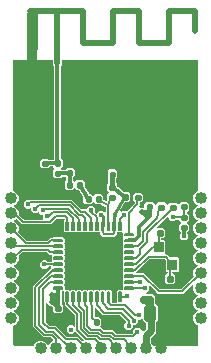
<source format=gbr>
G04 EAGLE Gerber RS-274X export*
G75*
%MOMM*%
%FSLAX34Y34*%
%LPD*%
%INTop Copper*%
%IPPOS*%
%AMOC8*
5,1,8,0,0,1.08239X$1,22.5*%
G01*
%ADD10C,0.280800*%
%ADD11C,0.500000*%
%ADD12C,0.508000*%
%ADD13C,0.889000*%
%ADD14R,0.889000X2.540000*%
%ADD15R,0.025400X0.025400*%
%ADD16C,0.270000*%
%ADD17C,1.016000*%
%ADD18C,0.150000*%
%ADD19R,4.000000X4.000000*%
%ADD20R,0.850000X0.950000*%
%ADD21C,0.450000*%
%ADD22C,0.609600*%
%ADD23C,0.254000*%
%ADD24C,0.503200*%
%ADD25C,0.304800*%
%ADD26C,0.152400*%
%ADD27C,0.200000*%
%ADD28C,0.406400*%
%ADD29C,0.403200*%

G36*
X146081Y50307D02*
X146081Y50307D01*
X146172Y50315D01*
X146201Y50327D01*
X146233Y50332D01*
X146314Y50375D01*
X146398Y50411D01*
X146430Y50437D01*
X146451Y50448D01*
X146473Y50471D01*
X146529Y50516D01*
X156536Y60522D01*
X156604Y60617D01*
X156674Y60711D01*
X156676Y60717D01*
X156679Y60722D01*
X156713Y60833D01*
X156750Y60945D01*
X156750Y60951D01*
X156752Y60957D01*
X156749Y61074D01*
X156747Y61191D01*
X156745Y61198D01*
X156745Y61203D01*
X156739Y61221D01*
X156701Y61352D01*
X156247Y62447D01*
X156247Y64973D01*
X157214Y67307D01*
X159001Y69094D01*
X159635Y69357D01*
X159696Y69394D01*
X159762Y69424D01*
X159800Y69459D01*
X159844Y69486D01*
X159890Y69542D01*
X159943Y69590D01*
X159968Y69636D01*
X160001Y69676D01*
X160027Y69743D01*
X160061Y69806D01*
X160070Y69857D01*
X160089Y69905D01*
X160092Y69977D01*
X160105Y70048D01*
X160097Y70099D01*
X160100Y70151D01*
X160080Y70220D01*
X160069Y70291D01*
X160046Y70337D01*
X160031Y70387D01*
X159990Y70446D01*
X159958Y70510D01*
X159920Y70547D01*
X159891Y70589D01*
X159833Y70632D01*
X159782Y70682D01*
X159719Y70717D01*
X159693Y70736D01*
X159671Y70744D01*
X159635Y70763D01*
X159001Y71026D01*
X157214Y72813D01*
X156247Y75147D01*
X156247Y77673D01*
X157214Y80007D01*
X159001Y81794D01*
X159635Y82057D01*
X159696Y82094D01*
X159762Y82124D01*
X159800Y82159D01*
X159844Y82186D01*
X159890Y82242D01*
X159943Y82290D01*
X159968Y82336D01*
X160001Y82376D01*
X160027Y82443D01*
X160061Y82506D01*
X160070Y82557D01*
X160089Y82605D01*
X160092Y82677D01*
X160105Y82748D01*
X160097Y82799D01*
X160100Y82851D01*
X160080Y82920D01*
X160069Y82991D01*
X160046Y83037D01*
X160031Y83087D01*
X159990Y83146D01*
X159958Y83210D01*
X159920Y83247D01*
X159891Y83289D01*
X159833Y83332D01*
X159782Y83382D01*
X159719Y83417D01*
X159693Y83436D01*
X159671Y83443D01*
X159635Y83463D01*
X159001Y83726D01*
X157214Y85513D01*
X156247Y87847D01*
X156247Y90373D01*
X157214Y92707D01*
X159001Y94494D01*
X159635Y94757D01*
X159696Y94794D01*
X159762Y94824D01*
X159800Y94859D01*
X159844Y94886D01*
X159890Y94942D01*
X159943Y94990D01*
X159968Y95036D01*
X160001Y95076D01*
X160027Y95143D01*
X160061Y95206D01*
X160070Y95257D01*
X160089Y95305D01*
X160092Y95377D01*
X160105Y95448D01*
X160097Y95499D01*
X160100Y95551D01*
X160080Y95620D01*
X160069Y95691D01*
X160046Y95737D01*
X160031Y95787D01*
X159990Y95846D01*
X159958Y95910D01*
X159920Y95947D01*
X159891Y95989D01*
X159833Y96032D01*
X159782Y96082D01*
X159719Y96117D01*
X159693Y96136D01*
X159671Y96143D01*
X159635Y96163D01*
X159001Y96426D01*
X157214Y98213D01*
X156247Y100547D01*
X156247Y103073D01*
X157214Y105407D01*
X159001Y107194D01*
X159635Y107457D01*
X159696Y107494D01*
X159762Y107524D01*
X159800Y107559D01*
X159844Y107586D01*
X159890Y107642D01*
X159943Y107690D01*
X159968Y107736D01*
X160001Y107776D01*
X160027Y107843D01*
X160061Y107906D01*
X160070Y107957D01*
X160089Y108005D01*
X160092Y108077D01*
X160105Y108148D01*
X160097Y108199D01*
X160100Y108251D01*
X160080Y108320D01*
X160069Y108391D01*
X160046Y108437D01*
X160031Y108487D01*
X159990Y108546D01*
X159958Y108610D01*
X159920Y108647D01*
X159891Y108689D01*
X159833Y108732D01*
X159782Y108782D01*
X159719Y108817D01*
X159693Y108836D01*
X159671Y108843D01*
X159635Y108863D01*
X159001Y109126D01*
X157214Y110913D01*
X156247Y113247D01*
X156247Y115773D01*
X157214Y118107D01*
X159001Y119894D01*
X159635Y120157D01*
X159696Y120194D01*
X159762Y120224D01*
X159800Y120259D01*
X159844Y120286D01*
X159890Y120342D01*
X159943Y120390D01*
X159968Y120436D01*
X160001Y120476D01*
X160027Y120543D01*
X160061Y120606D01*
X160070Y120657D01*
X160089Y120705D01*
X160092Y120777D01*
X160105Y120848D01*
X160097Y120899D01*
X160100Y120951D01*
X160080Y121020D01*
X160069Y121091D01*
X160046Y121137D01*
X160031Y121187D01*
X159990Y121246D01*
X159958Y121310D01*
X159920Y121347D01*
X159891Y121389D01*
X159833Y121432D01*
X159782Y121482D01*
X159719Y121517D01*
X159693Y121536D01*
X159671Y121543D01*
X159635Y121563D01*
X159001Y121826D01*
X157214Y123613D01*
X156247Y125947D01*
X156247Y128473D01*
X157214Y130807D01*
X159001Y132594D01*
X160108Y133053D01*
X160208Y133114D01*
X160308Y133174D01*
X160312Y133179D01*
X160317Y133182D01*
X160392Y133272D01*
X160468Y133361D01*
X160470Y133367D01*
X160474Y133372D01*
X160516Y133480D01*
X160560Y133589D01*
X160561Y133597D01*
X160562Y133601D01*
X160563Y133620D01*
X160578Y133756D01*
X160578Y243609D01*
X160575Y243629D01*
X160577Y243648D01*
X160555Y243750D01*
X160539Y243852D01*
X160529Y243869D01*
X160525Y243889D01*
X160472Y243978D01*
X160423Y244069D01*
X160409Y244083D01*
X160399Y244100D01*
X160320Y244167D01*
X160245Y244239D01*
X160227Y244247D01*
X160212Y244260D01*
X160116Y244299D01*
X160022Y244342D01*
X160002Y244344D01*
X159984Y244352D01*
X159817Y244370D01*
X46024Y244370D01*
X46004Y244367D01*
X45985Y244369D01*
X45883Y244347D01*
X45781Y244331D01*
X45764Y244321D01*
X45744Y244317D01*
X45655Y244264D01*
X45564Y244215D01*
X45550Y244201D01*
X45533Y244191D01*
X45466Y244112D01*
X45394Y244037D01*
X45386Y244019D01*
X45373Y244004D01*
X45334Y243908D01*
X45291Y243814D01*
X45289Y243794D01*
X45281Y243776D01*
X45263Y243609D01*
X45263Y239928D01*
X44470Y239134D01*
X44417Y239061D01*
X44357Y238991D01*
X44345Y238961D01*
X44326Y238935D01*
X44299Y238848D01*
X44265Y238763D01*
X44261Y238722D01*
X44254Y238700D01*
X44255Y238667D01*
X44247Y238596D01*
X44247Y161278D01*
X44261Y161188D01*
X44269Y161097D01*
X44281Y161067D01*
X44286Y161035D01*
X44329Y160954D01*
X44365Y160871D01*
X44391Y160838D01*
X44402Y160818D01*
X44425Y160796D01*
X44470Y160740D01*
X45800Y159410D01*
X45800Y154538D01*
X44454Y153192D01*
X44442Y153176D01*
X44426Y153164D01*
X44370Y153076D01*
X44310Y152993D01*
X44304Y152974D01*
X44293Y152957D01*
X44268Y152856D01*
X44238Y152757D01*
X44238Y152738D01*
X44233Y152718D01*
X44241Y152615D01*
X44244Y152512D01*
X44251Y152493D01*
X44252Y152473D01*
X44293Y152378D01*
X44328Y152281D01*
X44341Y152265D01*
X44349Y152247D01*
X44454Y152116D01*
X45218Y151352D01*
X45292Y151299D01*
X45361Y151239D01*
X45391Y151227D01*
X45417Y151208D01*
X45504Y151181D01*
X45589Y151147D01*
X45630Y151143D01*
X45652Y151136D01*
X45685Y151137D01*
X45756Y151129D01*
X47278Y151129D01*
X47368Y151143D01*
X47459Y151151D01*
X47489Y151163D01*
X47521Y151168D01*
X47601Y151211D01*
X47685Y151247D01*
X47717Y151273D01*
X47738Y151284D01*
X47760Y151307D01*
X47816Y151352D01*
X49541Y153077D01*
X54349Y153077D01*
X55916Y151510D01*
X55916Y146102D01*
X54832Y145018D01*
X54779Y144944D01*
X54719Y144875D01*
X54707Y144845D01*
X54688Y144818D01*
X54661Y144731D01*
X54627Y144647D01*
X54623Y144606D01*
X54616Y144583D01*
X54617Y144551D01*
X54609Y144480D01*
X54609Y142784D01*
X54623Y142694D01*
X54631Y142603D01*
X54643Y142573D01*
X54648Y142541D01*
X54691Y142461D01*
X54727Y142377D01*
X54753Y142344D01*
X54764Y142324D01*
X54787Y142302D01*
X54832Y142246D01*
X55596Y141482D01*
X55612Y141470D01*
X55624Y141454D01*
X55712Y141398D01*
X55795Y141338D01*
X55814Y141332D01*
X55831Y141321D01*
X55932Y141296D01*
X56031Y141266D01*
X56050Y141266D01*
X56070Y141261D01*
X56173Y141269D01*
X56276Y141272D01*
X56295Y141279D01*
X56315Y141280D01*
X56410Y141321D01*
X56507Y141356D01*
X56523Y141369D01*
X56541Y141377D01*
X56672Y141482D01*
X58018Y142828D01*
X62890Y142828D01*
X64425Y141293D01*
X64425Y137517D01*
X64444Y137402D01*
X64461Y137286D01*
X64464Y137279D01*
X64464Y137275D01*
X64473Y137259D01*
X64529Y137132D01*
X67970Y131266D01*
X68011Y131216D01*
X68045Y131160D01*
X68089Y131122D01*
X68127Y131077D01*
X68182Y131042D01*
X68232Y131000D01*
X68286Y130978D01*
X68336Y130947D01*
X68399Y130933D01*
X68460Y130908D01*
X68543Y130899D01*
X68576Y130891D01*
X68595Y130893D01*
X68626Y130890D01*
X69859Y130890D01*
X71217Y129532D01*
X71233Y129520D01*
X71245Y129505D01*
X71333Y129449D01*
X71416Y129388D01*
X71435Y129383D01*
X71452Y129372D01*
X71553Y129346D01*
X71652Y129316D01*
X71671Y129317D01*
X71691Y129312D01*
X71794Y129320D01*
X71897Y129322D01*
X71916Y129329D01*
X71936Y129331D01*
X72031Y129371D01*
X72128Y129407D01*
X72144Y129419D01*
X72162Y129427D01*
X72293Y129532D01*
X73651Y130890D01*
X78459Y130890D01*
X80026Y129323D01*
X80026Y126402D01*
X80041Y126310D01*
X80049Y126216D01*
X80061Y126189D01*
X80065Y126160D01*
X80109Y126077D01*
X80147Y125990D01*
X80167Y125968D01*
X80181Y125942D01*
X80249Y125878D01*
X80312Y125808D01*
X80343Y125788D01*
X80359Y125773D01*
X80389Y125759D01*
X80454Y125718D01*
X82447Y124747D01*
X82508Y124729D01*
X82565Y124701D01*
X82625Y124694D01*
X82683Y124676D01*
X82746Y124678D01*
X82809Y124671D01*
X82868Y124682D01*
X82928Y124685D01*
X82988Y124707D01*
X83050Y124719D01*
X83102Y124750D01*
X83159Y124771D01*
X83208Y124811D01*
X83263Y124842D01*
X83303Y124888D01*
X83350Y124926D01*
X83384Y124979D01*
X83425Y125027D01*
X83464Y125106D01*
X83481Y125134D01*
X83485Y125151D01*
X83498Y125178D01*
X83633Y125560D01*
X83641Y125604D01*
X83658Y125646D01*
X83673Y125785D01*
X83676Y125802D01*
X83676Y125806D01*
X83676Y125813D01*
X83676Y130389D01*
X85022Y131735D01*
X85034Y131751D01*
X85050Y131763D01*
X85106Y131851D01*
X85166Y131934D01*
X85172Y131953D01*
X85183Y131970D01*
X85208Y132071D01*
X85238Y132170D01*
X85238Y132189D01*
X85243Y132209D01*
X85235Y132312D01*
X85232Y132415D01*
X85225Y132434D01*
X85224Y132454D01*
X85183Y132549D01*
X85148Y132646D01*
X85135Y132662D01*
X85127Y132680D01*
X85022Y132811D01*
X83676Y134157D01*
X83676Y139029D01*
X84421Y139774D01*
X84474Y139848D01*
X84534Y139917D01*
X84546Y139947D01*
X84565Y139973D01*
X84592Y140060D01*
X84626Y140145D01*
X84630Y140186D01*
X84637Y140208D01*
X84636Y140241D01*
X84644Y140312D01*
X84644Y143625D01*
X84630Y143715D01*
X84622Y143806D01*
X84610Y143836D01*
X84605Y143868D01*
X84562Y143948D01*
X84526Y144032D01*
X84500Y144064D01*
X84489Y144085D01*
X84466Y144107D01*
X84421Y144163D01*
X83969Y144615D01*
X83969Y150086D01*
X85504Y151622D01*
X90375Y151622D01*
X91910Y150086D01*
X91910Y144615D01*
X91473Y144178D01*
X91420Y144104D01*
X91360Y144034D01*
X91348Y144004D01*
X91329Y143978D01*
X91302Y143891D01*
X91268Y143806D01*
X91264Y143765D01*
X91257Y143743D01*
X91258Y143711D01*
X91250Y143639D01*
X91250Y140312D01*
X91264Y140222D01*
X91272Y140131D01*
X91284Y140101D01*
X91289Y140069D01*
X91332Y139988D01*
X91368Y139905D01*
X91394Y139872D01*
X91405Y139852D01*
X91428Y139830D01*
X91473Y139774D01*
X92218Y139029D01*
X92218Y137231D01*
X92221Y137212D01*
X92219Y137193D01*
X92241Y137091D01*
X92257Y136988D01*
X92266Y136971D01*
X92271Y136952D01*
X92324Y136862D01*
X92373Y136771D01*
X92386Y136757D01*
X92396Y136741D01*
X92518Y136625D01*
X98174Y132317D01*
X98210Y132298D01*
X98241Y132272D01*
X98318Y132241D01*
X98392Y132202D01*
X98431Y132195D01*
X98469Y132180D01*
X98632Y132162D01*
X98634Y132162D01*
X98635Y132162D01*
X98636Y132162D01*
X101716Y132162D01*
X103251Y130627D01*
X103251Y125755D01*
X101716Y124220D01*
X99311Y124220D01*
X99246Y124210D01*
X99179Y124209D01*
X99125Y124190D01*
X99069Y124181D01*
X99010Y124149D01*
X98947Y124127D01*
X98902Y124092D01*
X98851Y124065D01*
X98805Y124017D01*
X98753Y123976D01*
X98705Y123911D01*
X98682Y123887D01*
X98673Y123869D01*
X98653Y123841D01*
X94697Y117033D01*
X94688Y117009D01*
X94673Y116989D01*
X94644Y116895D01*
X94609Y116803D01*
X94608Y116778D01*
X94601Y116754D01*
X94603Y116656D01*
X94599Y116557D01*
X94606Y116533D01*
X94607Y116508D01*
X94641Y116416D01*
X94668Y116321D01*
X94683Y116301D01*
X94692Y116277D01*
X94753Y116200D01*
X94809Y116120D01*
X94829Y116105D01*
X94845Y116085D01*
X94928Y116032D01*
X95007Y115973D01*
X95031Y115966D01*
X95052Y115952D01*
X95148Y115928D01*
X95241Y115898D01*
X95266Y115898D01*
X95291Y115892D01*
X95389Y115900D01*
X95487Y115901D01*
X95511Y115909D01*
X95536Y115911D01*
X95626Y115950D01*
X95719Y115982D01*
X95739Y115998D01*
X95762Y116007D01*
X95893Y116112D01*
X96332Y116551D01*
X99248Y116551D01*
X99574Y116225D01*
X99590Y116214D01*
X99603Y116198D01*
X99690Y116142D01*
X99774Y116082D01*
X99793Y116076D01*
X99809Y116065D01*
X99910Y116040D01*
X100009Y116009D01*
X100029Y116010D01*
X100048Y116005D01*
X100151Y116013D01*
X100255Y116016D01*
X100273Y116023D01*
X100293Y116024D01*
X100388Y116064D01*
X100486Y116100D01*
X100501Y116113D01*
X100519Y116120D01*
X100650Y116225D01*
X106942Y122517D01*
X106954Y122533D01*
X106969Y122545D01*
X107025Y122633D01*
X107086Y122716D01*
X107091Y122735D01*
X107102Y122752D01*
X107127Y122853D01*
X107158Y122952D01*
X107157Y122971D01*
X107162Y122991D01*
X107154Y123094D01*
X107152Y123197D01*
X107145Y123216D01*
X107143Y123236D01*
X107103Y123331D01*
X107067Y123428D01*
X107055Y123444D01*
X107047Y123462D01*
X106942Y123593D01*
X105169Y125366D01*
X105169Y130174D01*
X106736Y131741D01*
X112144Y131741D01*
X113710Y130174D01*
X113710Y125366D01*
X112144Y123800D01*
X112014Y123800D01*
X111994Y123796D01*
X111975Y123799D01*
X111873Y123777D01*
X111771Y123760D01*
X111754Y123751D01*
X111734Y123746D01*
X111645Y123693D01*
X111554Y123645D01*
X111540Y123630D01*
X111523Y123620D01*
X111456Y123541D01*
X111384Y123466D01*
X111376Y123448D01*
X111363Y123433D01*
X111324Y123337D01*
X111281Y123243D01*
X111279Y123224D01*
X111271Y123205D01*
X111253Y123038D01*
X111253Y121078D01*
X110831Y120656D01*
X110789Y120598D01*
X110740Y120546D01*
X110718Y120499D01*
X110687Y120457D01*
X110666Y120388D01*
X110636Y120323D01*
X110630Y120271D01*
X110615Y120221D01*
X110617Y120150D01*
X110609Y120079D01*
X110620Y120028D01*
X110621Y119976D01*
X110646Y119908D01*
X110661Y119838D01*
X110688Y119793D01*
X110706Y119745D01*
X110751Y119689D01*
X110787Y119627D01*
X110827Y119593D01*
X110860Y119553D01*
X110920Y119514D01*
X110974Y119467D01*
X111023Y119448D01*
X111067Y119420D01*
X111136Y119402D01*
X111203Y119375D01*
X111274Y119367D01*
X111305Y119359D01*
X111328Y119361D01*
X111369Y119357D01*
X114348Y119357D01*
X114368Y119360D01*
X114387Y119358D01*
X114489Y119380D01*
X114591Y119396D01*
X114608Y119406D01*
X114628Y119410D01*
X114717Y119463D01*
X114808Y119512D01*
X114822Y119526D01*
X114839Y119536D01*
X114906Y119615D01*
X114978Y119690D01*
X114986Y119708D01*
X114999Y119723D01*
X115038Y119819D01*
X115081Y119913D01*
X115083Y119933D01*
X115091Y119951D01*
X115109Y120118D01*
X115109Y122564D01*
X116676Y124131D01*
X122084Y124131D01*
X123651Y122564D01*
X123651Y122484D01*
X123662Y122413D01*
X123664Y122342D01*
X123682Y122293D01*
X123690Y122241D01*
X123724Y122178D01*
X123749Y122111D01*
X123781Y122070D01*
X123806Y122024D01*
X123858Y121975D01*
X123902Y121919D01*
X123946Y121891D01*
X123984Y121855D01*
X124049Y121824D01*
X124109Y121786D01*
X124160Y121773D01*
X124207Y121751D01*
X124278Y121743D01*
X124348Y121726D01*
X124400Y121730D01*
X124451Y121724D01*
X124522Y121739D01*
X124593Y121745D01*
X124641Y121765D01*
X124692Y121776D01*
X124753Y121813D01*
X124819Y121841D01*
X124875Y121886D01*
X124903Y121902D01*
X124918Y121920D01*
X124950Y121946D01*
X126716Y123712D01*
X132124Y123712D01*
X133763Y122073D01*
X133779Y122061D01*
X133791Y122046D01*
X133871Y121994D01*
X133877Y121989D01*
X133881Y121988D01*
X133962Y121929D01*
X133981Y121924D01*
X133998Y121913D01*
X134099Y121887D01*
X134198Y121857D01*
X134217Y121858D01*
X134237Y121853D01*
X134340Y121861D01*
X134443Y121863D01*
X134462Y121870D01*
X134482Y121872D01*
X134577Y121912D01*
X134674Y121948D01*
X134690Y121960D01*
X134708Y121968D01*
X134839Y122073D01*
X136341Y123575D01*
X141749Y123575D01*
X143144Y122180D01*
X143160Y122168D01*
X143172Y122153D01*
X143259Y122097D01*
X143343Y122036D01*
X143362Y122031D01*
X143379Y122020D01*
X143480Y121995D01*
X143578Y121964D01*
X143598Y121965D01*
X143618Y121960D01*
X143721Y121968D01*
X143824Y121970D01*
X143843Y121977D01*
X143863Y121979D01*
X143958Y122019D01*
X144055Y122055D01*
X144071Y122067D01*
X144089Y122075D01*
X144220Y122180D01*
X146004Y123964D01*
X151412Y123964D01*
X152979Y122397D01*
X152979Y117590D01*
X151355Y115966D01*
X151344Y115950D01*
X151328Y115937D01*
X151272Y115850D01*
X151212Y115766D01*
X151206Y115747D01*
X151195Y115730D01*
X151170Y115630D01*
X151139Y115531D01*
X151140Y115511D01*
X151135Y115492D01*
X151143Y115389D01*
X151146Y115285D01*
X151153Y115266D01*
X151154Y115247D01*
X151195Y115152D01*
X151230Y115054D01*
X151243Y115039D01*
X151250Y115020D01*
X151355Y114889D01*
X152861Y113384D01*
X152861Y108576D01*
X151503Y107218D01*
X151491Y107202D01*
X151476Y107190D01*
X151420Y107102D01*
X151359Y107019D01*
X151354Y107000D01*
X151343Y106983D01*
X151317Y106882D01*
X151287Y106783D01*
X151288Y106764D01*
X151283Y106744D01*
X151291Y106641D01*
X151293Y106538D01*
X151300Y106519D01*
X151302Y106499D01*
X151342Y106404D01*
X151378Y106307D01*
X151390Y106291D01*
X151398Y106273D01*
X151484Y106165D01*
X151485Y106163D01*
X151487Y106162D01*
X151503Y106142D01*
X152861Y104784D01*
X152861Y99976D01*
X151608Y98723D01*
X151555Y98649D01*
X151495Y98580D01*
X151483Y98549D01*
X151464Y98523D01*
X151437Y98436D01*
X151403Y98351D01*
X151399Y98311D01*
X151392Y98288D01*
X151393Y98256D01*
X151385Y98185D01*
X151385Y97750D01*
X151399Y97660D01*
X151407Y97569D01*
X151419Y97539D01*
X151424Y97507D01*
X151467Y97426D01*
X151503Y97342D01*
X151529Y97310D01*
X151540Y97290D01*
X151563Y97267D01*
X151608Y97211D01*
X152111Y96708D01*
X152111Y93792D01*
X150048Y91729D01*
X147132Y91729D01*
X145069Y93792D01*
X145069Y96708D01*
X145572Y97211D01*
X145625Y97285D01*
X145685Y97355D01*
X145697Y97385D01*
X145716Y97411D01*
X145743Y97498D01*
X145777Y97583D01*
X145781Y97624D01*
X145788Y97646D01*
X145787Y97678D01*
X145795Y97750D01*
X145795Y98185D01*
X145781Y98275D01*
X145773Y98366D01*
X145761Y98396D01*
X145756Y98428D01*
X145713Y98508D01*
X145677Y98592D01*
X145651Y98624D01*
X145640Y98645D01*
X145617Y98667D01*
X145572Y98723D01*
X144319Y99976D01*
X144319Y104784D01*
X145677Y106142D01*
X145689Y106158D01*
X145704Y106170D01*
X145735Y106218D01*
X145742Y106226D01*
X145748Y106239D01*
X145760Y106258D01*
X145821Y106341D01*
X145826Y106360D01*
X145837Y106377D01*
X145863Y106478D01*
X145893Y106577D01*
X145892Y106596D01*
X145897Y106616D01*
X145889Y106719D01*
X145887Y106822D01*
X145880Y106841D01*
X145878Y106861D01*
X145838Y106956D01*
X145802Y107053D01*
X145790Y107069D01*
X145782Y107087D01*
X145677Y107218D01*
X144141Y108754D01*
X144140Y108756D01*
X144134Y108761D01*
X144096Y108799D01*
X144058Y108826D01*
X143986Y108895D01*
X143968Y108903D01*
X143953Y108916D01*
X143908Y108934D01*
X143897Y108943D01*
X143859Y108954D01*
X143857Y108955D01*
X143763Y108999D01*
X143743Y109001D01*
X143725Y109008D01*
X143558Y109027D01*
X142261Y109027D01*
X142171Y109012D01*
X142080Y109005D01*
X142050Y108992D01*
X142019Y108987D01*
X141938Y108944D01*
X141854Y108909D01*
X141822Y108883D01*
X141801Y108872D01*
X141779Y108849D01*
X141723Y108804D01*
X140458Y107539D01*
X137541Y107539D01*
X135479Y109601D01*
X135479Y110565D01*
X135467Y110636D01*
X135465Y110708D01*
X135448Y110757D01*
X135439Y110808D01*
X135406Y110871D01*
X135381Y110939D01*
X135348Y110979D01*
X135324Y111025D01*
X135272Y111075D01*
X135227Y111131D01*
X135183Y111159D01*
X135146Y111195D01*
X135081Y111225D01*
X135020Y111264D01*
X134970Y111276D01*
X134923Y111298D01*
X134851Y111306D01*
X134782Y111324D01*
X134730Y111320D01*
X134678Y111325D01*
X134608Y111310D01*
X134537Y111305D01*
X134489Y111284D01*
X134438Y111273D01*
X134376Y111236D01*
X134310Y111208D01*
X134254Y111164D01*
X134227Y111147D01*
X134211Y111129D01*
X134179Y111104D01*
X126221Y103146D01*
X126180Y103088D01*
X126130Y103035D01*
X126108Y102988D01*
X126078Y102946D01*
X126057Y102878D01*
X126027Y102812D01*
X126021Y102761D01*
X126006Y102711D01*
X126007Y102639D01*
X126000Y102568D01*
X126011Y102517D01*
X126012Y102465D01*
X126037Y102398D01*
X126052Y102328D01*
X126078Y102283D01*
X126096Y102234D01*
X126141Y102178D01*
X126178Y102116D01*
X126218Y102083D01*
X126250Y102042D01*
X126310Y102003D01*
X126365Y101957D01*
X126413Y101937D01*
X126457Y101909D01*
X126526Y101891D01*
X126593Y101865D01*
X126664Y101857D01*
X126696Y101849D01*
X126719Y101851D01*
X126760Y101846D01*
X130700Y101846D01*
X132235Y100311D01*
X132235Y94840D01*
X130700Y93305D01*
X129864Y93305D01*
X129844Y93301D01*
X129824Y93304D01*
X129723Y93282D01*
X129621Y93265D01*
X129603Y93256D01*
X129584Y93251D01*
X129495Y93198D01*
X129404Y93150D01*
X129390Y93135D01*
X129373Y93125D01*
X129305Y93047D01*
X129234Y92972D01*
X129226Y92953D01*
X129213Y92938D01*
X129174Y92842D01*
X129131Y92748D01*
X129128Y92729D01*
X129121Y92710D01*
X129102Y92543D01*
X129102Y92366D01*
X129106Y92346D01*
X129103Y92326D01*
X129125Y92225D01*
X129142Y92123D01*
X129151Y92106D01*
X129156Y92086D01*
X129209Y91997D01*
X129257Y91906D01*
X129272Y91892D01*
X129282Y91875D01*
X129361Y91808D01*
X129436Y91736D01*
X129454Y91728D01*
X129469Y91715D01*
X129565Y91676D01*
X129659Y91633D01*
X129678Y91631D01*
X129697Y91623D01*
X129864Y91605D01*
X131846Y91605D01*
X132590Y90860D01*
X132590Y80627D01*
X132605Y80537D01*
X132612Y80446D01*
X132625Y80416D01*
X132630Y80384D01*
X132673Y80303D01*
X132709Y80220D01*
X132734Y80187D01*
X132745Y80167D01*
X132769Y80145D01*
X132813Y80089D01*
X133176Y79726D01*
X133250Y79672D01*
X133320Y79613D01*
X133350Y79601D01*
X133376Y79582D01*
X133463Y79555D01*
X133548Y79521D01*
X133589Y79517D01*
X133611Y79510D01*
X133643Y79511D01*
X133715Y79503D01*
X134235Y79503D01*
X134282Y79469D01*
X134333Y79453D01*
X134371Y79433D01*
X134835Y78865D01*
X134855Y78847D01*
X134886Y78808D01*
X135413Y78282D01*
X135422Y78224D01*
X135447Y78177D01*
X135463Y78126D01*
X135524Y78032D01*
X135538Y78006D01*
X135545Y77999D01*
X135555Y77985D01*
X136046Y77384D01*
X136050Y77380D01*
X136053Y77375D01*
X136142Y77299D01*
X136230Y77221D01*
X136235Y77219D01*
X136240Y77215D01*
X136349Y77171D01*
X136457Y77126D01*
X136463Y77125D01*
X136468Y77123D01*
X136635Y77105D01*
X143346Y77105D01*
X144090Y76360D01*
X144090Y65808D01*
X143346Y65063D01*
X139564Y65063D01*
X139544Y65060D01*
X139524Y65062D01*
X139423Y65040D01*
X139321Y65023D01*
X139303Y65014D01*
X139284Y65010D01*
X139195Y64957D01*
X139104Y64908D01*
X139090Y64894D01*
X139073Y64884D01*
X139006Y64805D01*
X138934Y64730D01*
X138926Y64712D01*
X138913Y64697D01*
X138874Y64601D01*
X138831Y64507D01*
X138828Y64487D01*
X138821Y64469D01*
X138803Y64302D01*
X138803Y64059D01*
X138817Y63969D01*
X138824Y63878D01*
X138837Y63848D01*
X138842Y63816D01*
X138885Y63736D01*
X138921Y63652D01*
X138946Y63620D01*
X138957Y63599D01*
X138981Y63577D01*
X139026Y63521D01*
X140741Y61806D01*
X140741Y56335D01*
X139205Y54799D01*
X134334Y54799D01*
X132799Y56335D01*
X132799Y61806D01*
X134514Y63521D01*
X134561Y63587D01*
X134570Y63596D01*
X134573Y63601D01*
X134627Y63664D01*
X134639Y63694D01*
X134658Y63721D01*
X134684Y63807D01*
X134719Y63892D01*
X134723Y63933D01*
X134730Y63956D01*
X134729Y63988D01*
X134737Y64059D01*
X134737Y64302D01*
X134734Y64322D01*
X134736Y64341D01*
X134714Y64443D01*
X134697Y64545D01*
X134688Y64562D01*
X134684Y64582D01*
X134631Y64671D01*
X134582Y64762D01*
X134568Y64776D01*
X134558Y64793D01*
X134479Y64860D01*
X134404Y64931D01*
X134386Y64940D01*
X134371Y64953D01*
X134274Y64992D01*
X134181Y65035D01*
X134161Y65037D01*
X134143Y65045D01*
X133976Y65063D01*
X133793Y65063D01*
X133049Y65808D01*
X133049Y74355D01*
X133040Y74408D01*
X133042Y74461D01*
X133021Y74528D01*
X133009Y74598D01*
X132984Y74645D01*
X132968Y74696D01*
X132908Y74790D01*
X132894Y74815D01*
X132886Y74822D01*
X132877Y74837D01*
X132615Y75158D01*
X132610Y75162D01*
X132607Y75167D01*
X132518Y75243D01*
X132430Y75321D01*
X132425Y75323D01*
X132420Y75327D01*
X132310Y75371D01*
X132203Y75416D01*
X132198Y75417D01*
X132192Y75419D01*
X132025Y75437D01*
X131715Y75437D01*
X131542Y75610D01*
X131468Y75663D01*
X131399Y75723D01*
X131369Y75735D01*
X131343Y75754D01*
X131256Y75780D01*
X131171Y75815D01*
X131130Y75819D01*
X131108Y75826D01*
X131075Y75825D01*
X131004Y75833D01*
X119805Y75833D01*
X119714Y75818D01*
X119624Y75811D01*
X119594Y75799D01*
X119562Y75793D01*
X119481Y75751D01*
X119397Y75715D01*
X119365Y75689D01*
X119344Y75678D01*
X119322Y75655D01*
X119266Y75610D01*
X108468Y64812D01*
X108427Y64754D01*
X108377Y64702D01*
X108355Y64655D01*
X108325Y64613D01*
X108304Y64544D01*
X108274Y64479D01*
X108268Y64427D01*
X108252Y64377D01*
X108254Y64306D01*
X108246Y64235D01*
X108257Y64184D01*
X108259Y64132D01*
X108283Y64064D01*
X108299Y63994D01*
X108325Y63949D01*
X108343Y63901D01*
X108388Y63845D01*
X108425Y63783D01*
X108464Y63749D01*
X108497Y63709D01*
X108557Y63670D01*
X108612Y63623D01*
X108660Y63604D01*
X108704Y63576D01*
X108773Y63558D01*
X108840Y63531D01*
X108911Y63523D01*
X108942Y63515D01*
X108966Y63517D01*
X109007Y63513D01*
X115142Y63513D01*
X116556Y62099D01*
X128139Y50516D01*
X128213Y50463D01*
X128282Y50403D01*
X128313Y50391D01*
X128339Y50372D01*
X128426Y50345D01*
X128511Y50311D01*
X128552Y50307D01*
X128574Y50300D01*
X128606Y50301D01*
X128677Y50293D01*
X145991Y50293D01*
X146081Y50307D01*
G37*
G36*
X28884Y109162D02*
X28884Y109162D01*
X28956Y109164D01*
X29005Y109181D01*
X29056Y109190D01*
X29119Y109223D01*
X29187Y109248D01*
X29227Y109281D01*
X29273Y109305D01*
X29323Y109357D01*
X29379Y109402D01*
X29407Y109445D01*
X29443Y109483D01*
X29473Y109548D01*
X29512Y109609D01*
X29524Y109659D01*
X29546Y109706D01*
X29554Y109778D01*
X29572Y109847D01*
X29568Y109899D01*
X29573Y109951D01*
X29558Y110021D01*
X29552Y110092D01*
X29532Y110140D01*
X29521Y110191D01*
X29499Y110228D01*
X29499Y112558D01*
X29496Y112578D01*
X29498Y112597D01*
X29476Y112699D01*
X29460Y112801D01*
X29450Y112818D01*
X29446Y112838D01*
X29393Y112927D01*
X29344Y113018D01*
X29330Y113032D01*
X29320Y113049D01*
X29241Y113116D01*
X29166Y113188D01*
X29148Y113196D01*
X29133Y113209D01*
X29037Y113248D01*
X28943Y113291D01*
X28923Y113293D01*
X28905Y113301D01*
X28738Y113319D01*
X27752Y113319D01*
X25938Y115133D01*
X25922Y115144D01*
X25910Y115160D01*
X25822Y115216D01*
X25739Y115276D01*
X25720Y115282D01*
X25703Y115293D01*
X25602Y115318D01*
X25503Y115349D01*
X25484Y115348D01*
X25464Y115353D01*
X25361Y115345D01*
X25258Y115342D01*
X25239Y115335D01*
X25219Y115334D01*
X25124Y115293D01*
X25027Y115258D01*
X25011Y115245D01*
X24993Y115237D01*
X24862Y115133D01*
X24318Y114589D01*
X21402Y114589D01*
X19339Y116652D01*
X19339Y117932D01*
X19328Y118003D01*
X19326Y118075D01*
X19308Y118124D01*
X19300Y118175D01*
X19266Y118238D01*
X19241Y118306D01*
X19209Y118347D01*
X19184Y118393D01*
X19133Y118442D01*
X19088Y118498D01*
X19044Y118526D01*
X19006Y118562D01*
X18941Y118592D01*
X18881Y118631D01*
X18830Y118644D01*
X18783Y118666D01*
X18712Y118673D01*
X18642Y118691D01*
X18590Y118687D01*
X18539Y118693D01*
X18468Y118677D01*
X18397Y118672D01*
X18349Y118651D01*
X18298Y118640D01*
X18237Y118604D01*
X18171Y118575D01*
X18115Y118531D01*
X18087Y118514D01*
X18072Y118496D01*
X18040Y118471D01*
X17968Y118399D01*
X15052Y118399D01*
X12989Y120462D01*
X12989Y123378D01*
X15052Y125441D01*
X16841Y125441D01*
X16931Y125455D01*
X17022Y125463D01*
X17051Y125475D01*
X17083Y125480D01*
X17164Y125523D01*
X17248Y125559D01*
X17280Y125585D01*
X17301Y125596D01*
X17323Y125619D01*
X17379Y125664D01*
X17700Y125985D01*
X53844Y125985D01*
X61749Y118080D01*
X61823Y118027D01*
X61893Y117967D01*
X61923Y117955D01*
X61949Y117936D01*
X62036Y117909D01*
X62121Y117875D01*
X62162Y117871D01*
X62184Y117864D01*
X62216Y117865D01*
X62287Y117857D01*
X65572Y117857D01*
X65662Y117871D01*
X65753Y117879D01*
X65783Y117891D01*
X65815Y117896D01*
X65896Y117939D01*
X65980Y117975D01*
X66012Y118001D01*
X66032Y118012D01*
X66055Y118035D01*
X66111Y118080D01*
X68392Y120361D01*
X71308Y120361D01*
X73371Y118298D01*
X73371Y115522D01*
X73385Y115432D01*
X73393Y115341D01*
X73405Y115311D01*
X73410Y115279D01*
X73453Y115199D01*
X73489Y115115D01*
X73515Y115083D01*
X73526Y115062D01*
X73549Y115040D01*
X73594Y114984D01*
X74116Y114462D01*
X74132Y114450D01*
X74145Y114434D01*
X74224Y114383D01*
X74231Y114377D01*
X74237Y114375D01*
X74316Y114318D01*
X74335Y114312D01*
X74351Y114301D01*
X74452Y114276D01*
X74551Y114246D01*
X74571Y114246D01*
X74590Y114241D01*
X74693Y114249D01*
X74797Y114252D01*
X74815Y114259D01*
X74835Y114260D01*
X74930Y114301D01*
X75028Y114336D01*
X75043Y114349D01*
X75062Y114357D01*
X75142Y114421D01*
X75192Y114462D01*
X77282Y116551D01*
X80198Y116551D01*
X80939Y115810D01*
X80997Y115768D01*
X81049Y115719D01*
X81096Y115697D01*
X81138Y115667D01*
X81207Y115646D01*
X81272Y115615D01*
X81324Y115610D01*
X81374Y115594D01*
X81445Y115596D01*
X81516Y115588D01*
X81567Y115599D01*
X81619Y115601D01*
X81687Y115625D01*
X81757Y115641D01*
X81802Y115667D01*
X81850Y115685D01*
X81906Y115730D01*
X81968Y115767D01*
X82002Y115806D01*
X82042Y115839D01*
X82081Y115899D01*
X82128Y115954D01*
X82147Y116002D01*
X82175Y116046D01*
X82193Y116115D01*
X82220Y116182D01*
X82228Y116253D01*
X82236Y116284D01*
X82234Y116308D01*
X82238Y116349D01*
X82238Y119321D01*
X82223Y119414D01*
X82215Y119507D01*
X82203Y119535D01*
X82199Y119564D01*
X82155Y119647D01*
X82117Y119733D01*
X82097Y119755D01*
X82083Y119781D01*
X82015Y119846D01*
X81952Y119916D01*
X81921Y119935D01*
X81905Y119950D01*
X81875Y119964D01*
X81810Y120005D01*
X77159Y122271D01*
X77074Y122297D01*
X76992Y122330D01*
X76947Y122335D01*
X76923Y122342D01*
X76892Y122341D01*
X76826Y122348D01*
X73651Y122348D01*
X72293Y123706D01*
X72277Y123718D01*
X72265Y123733D01*
X72177Y123789D01*
X72094Y123850D01*
X72075Y123855D01*
X72058Y123866D01*
X71957Y123892D01*
X71858Y123922D01*
X71839Y123921D01*
X71819Y123926D01*
X71716Y123918D01*
X71613Y123916D01*
X71594Y123909D01*
X71574Y123907D01*
X71479Y123867D01*
X71382Y123831D01*
X71366Y123819D01*
X71348Y123811D01*
X71217Y123706D01*
X69859Y122348D01*
X65051Y122348D01*
X63484Y123915D01*
X63484Y127659D01*
X63465Y127774D01*
X63448Y127890D01*
X63445Y127897D01*
X63445Y127901D01*
X63436Y127917D01*
X63380Y128044D01*
X59939Y133910D01*
X59898Y133960D01*
X59864Y134016D01*
X59820Y134054D01*
X59782Y134099D01*
X59727Y134134D01*
X59678Y134176D01*
X59623Y134198D01*
X59573Y134229D01*
X59510Y134243D01*
X59449Y134268D01*
X59366Y134277D01*
X59333Y134285D01*
X59314Y134283D01*
X59283Y134286D01*
X58018Y134286D01*
X56672Y135632D01*
X56656Y135644D01*
X56644Y135660D01*
X56556Y135716D01*
X56473Y135776D01*
X56454Y135782D01*
X56437Y135793D01*
X56336Y135818D01*
X56237Y135848D01*
X56218Y135848D01*
X56198Y135853D01*
X56095Y135845D01*
X55992Y135842D01*
X55973Y135835D01*
X55953Y135834D01*
X55858Y135793D01*
X55761Y135758D01*
X55745Y135745D01*
X55727Y135737D01*
X55596Y135632D01*
X54250Y134286D01*
X49378Y134286D01*
X47843Y135821D01*
X47843Y141293D01*
X48796Y142246D01*
X48849Y142320D01*
X48909Y142389D01*
X48921Y142419D01*
X48940Y142445D01*
X48967Y142532D01*
X49001Y142617D01*
X49005Y142658D01*
X49012Y142680D01*
X49011Y142713D01*
X49019Y142784D01*
X49019Y144742D01*
X49018Y144751D01*
X49018Y144756D01*
X49013Y144780D01*
X49005Y144832D01*
X48997Y144923D01*
X48985Y144953D01*
X48980Y144985D01*
X48937Y145065D01*
X48901Y145149D01*
X48875Y145181D01*
X48864Y145202D01*
X48841Y145224D01*
X48796Y145280D01*
X48760Y145316D01*
X48694Y145364D01*
X48686Y145371D01*
X48681Y145373D01*
X48617Y145429D01*
X48587Y145441D01*
X48560Y145460D01*
X48473Y145487D01*
X48389Y145521D01*
X48348Y145525D01*
X48325Y145532D01*
X48293Y145531D01*
X48222Y145539D01*
X45756Y145539D01*
X45666Y145525D01*
X45575Y145517D01*
X45545Y145505D01*
X45513Y145500D01*
X45432Y145457D01*
X45349Y145421D01*
X45316Y145395D01*
X45296Y145384D01*
X45274Y145361D01*
X45218Y145316D01*
X44265Y144363D01*
X38793Y144363D01*
X37258Y145898D01*
X37258Y150770D01*
X38604Y152116D01*
X38616Y152132D01*
X38632Y152144D01*
X38688Y152232D01*
X38748Y152315D01*
X38754Y152334D01*
X38765Y152351D01*
X38790Y152452D01*
X38820Y152551D01*
X38820Y152570D01*
X38825Y152590D01*
X38817Y152693D01*
X38814Y152796D01*
X38807Y152815D01*
X38806Y152835D01*
X38765Y152930D01*
X38730Y153027D01*
X38717Y153043D01*
X38709Y153061D01*
X38604Y153192D01*
X37840Y153956D01*
X37766Y154009D01*
X37697Y154069D01*
X37667Y154081D01*
X37641Y154100D01*
X37554Y154127D01*
X37469Y154161D01*
X37428Y154165D01*
X37406Y154172D01*
X37373Y154171D01*
X37302Y154179D01*
X35617Y154179D01*
X35527Y154165D01*
X35436Y154157D01*
X35406Y154145D01*
X35374Y154140D01*
X35294Y154097D01*
X35210Y154061D01*
X35178Y154035D01*
X35157Y154024D01*
X35135Y154001D01*
X35079Y153956D01*
X33762Y152639D01*
X28354Y152639D01*
X26787Y154206D01*
X26787Y159014D01*
X28354Y160581D01*
X33762Y160581D01*
X34351Y159992D01*
X34425Y159939D01*
X34494Y159879D01*
X34524Y159867D01*
X34551Y159848D01*
X34638Y159821D01*
X34722Y159787D01*
X34763Y159783D01*
X34786Y159776D01*
X34818Y159777D01*
X34889Y159769D01*
X37302Y159769D01*
X37392Y159783D01*
X37483Y159791D01*
X37513Y159803D01*
X37545Y159808D01*
X37626Y159851D01*
X37709Y159887D01*
X37742Y159913D01*
X37762Y159924D01*
X37784Y159947D01*
X37840Y159992D01*
X38434Y160586D01*
X38487Y160660D01*
X38547Y160729D01*
X38559Y160759D01*
X38578Y160785D01*
X38605Y160872D01*
X38639Y160957D01*
X38643Y160998D01*
X38650Y161020D01*
X38649Y161053D01*
X38657Y161124D01*
X38657Y238596D01*
X38643Y238686D01*
X38635Y238777D01*
X38623Y238807D01*
X38618Y238839D01*
X38575Y238920D01*
X38539Y239004D01*
X38513Y239036D01*
X38502Y239056D01*
X38479Y239079D01*
X38434Y239134D01*
X37641Y239928D01*
X37641Y243609D01*
X37638Y243629D01*
X37640Y243648D01*
X37618Y243750D01*
X37602Y243852D01*
X37592Y243869D01*
X37588Y243889D01*
X37535Y243978D01*
X37486Y244069D01*
X37472Y244083D01*
X37462Y244100D01*
X37383Y244167D01*
X37308Y244239D01*
X37290Y244247D01*
X37275Y244260D01*
X37179Y244299D01*
X37085Y244342D01*
X37065Y244344D01*
X37047Y244352D01*
X36880Y244370D01*
X4775Y244370D01*
X4755Y244367D01*
X4736Y244369D01*
X4634Y244347D01*
X4532Y244331D01*
X4515Y244321D01*
X4495Y244317D01*
X4406Y244264D01*
X4315Y244215D01*
X4301Y244201D01*
X4284Y244191D01*
X4217Y244112D01*
X4145Y244037D01*
X4137Y244019D01*
X4124Y244004D01*
X4085Y243908D01*
X4042Y243814D01*
X4040Y243794D01*
X4032Y243776D01*
X4014Y243609D01*
X4014Y133741D01*
X4033Y133627D01*
X4050Y133510D01*
X4052Y133505D01*
X4053Y133499D01*
X4108Y133396D01*
X4161Y133291D01*
X4166Y133287D01*
X4169Y133281D01*
X4253Y133201D01*
X4337Y133119D01*
X4343Y133115D01*
X4347Y133112D01*
X4364Y133104D01*
X4484Y133038D01*
X5756Y132511D01*
X7543Y130724D01*
X8510Y128390D01*
X8510Y125864D01*
X7543Y123530D01*
X5756Y121743D01*
X5122Y121480D01*
X5061Y121443D01*
X4995Y121413D01*
X4957Y121378D01*
X4913Y121351D01*
X4867Y121295D01*
X4814Y121247D01*
X4789Y121201D01*
X4756Y121161D01*
X4730Y121094D01*
X4696Y121031D01*
X4687Y120980D01*
X4668Y120932D01*
X4665Y120860D01*
X4652Y120789D01*
X4660Y120738D01*
X4657Y120686D01*
X4677Y120617D01*
X4688Y120546D01*
X4711Y120500D01*
X4726Y120450D01*
X4767Y120391D01*
X4799Y120327D01*
X4837Y120290D01*
X4866Y120248D01*
X4924Y120205D01*
X4975Y120155D01*
X5038Y120120D01*
X5064Y120101D01*
X5086Y120093D01*
X5122Y120074D01*
X5756Y119811D01*
X7543Y118024D01*
X8510Y115690D01*
X8510Y113882D01*
X8524Y113792D01*
X8532Y113701D01*
X8544Y113672D01*
X8549Y113640D01*
X8592Y113559D01*
X8628Y113475D01*
X8654Y113443D01*
X8665Y113422D01*
X8688Y113400D01*
X8733Y113344D01*
X12704Y109373D01*
X12778Y109320D01*
X12847Y109260D01*
X12877Y109248D01*
X12903Y109229D01*
X12990Y109203D01*
X13075Y109169D01*
X13116Y109164D01*
X13139Y109157D01*
X13171Y109158D01*
X13242Y109150D01*
X28813Y109150D01*
X28884Y109162D01*
G37*
G36*
X91108Y38701D02*
X91108Y38701D01*
X91127Y38698D01*
X91229Y38720D01*
X91331Y38737D01*
X91348Y38746D01*
X91368Y38751D01*
X91457Y38804D01*
X91548Y38852D01*
X91562Y38867D01*
X91579Y38877D01*
X91646Y38956D01*
X91718Y39031D01*
X91726Y39049D01*
X91739Y39064D01*
X91778Y39160D01*
X91821Y39254D01*
X91823Y39273D01*
X91831Y39292D01*
X91849Y39459D01*
X91849Y48317D01*
X93033Y49501D01*
X95838Y49501D01*
X95858Y49504D01*
X95877Y49502D01*
X95979Y49524D01*
X96081Y49540D01*
X96098Y49550D01*
X96118Y49554D01*
X96207Y49607D01*
X96298Y49656D01*
X96312Y49670D01*
X96329Y49680D01*
X96396Y49759D01*
X96468Y49834D01*
X96476Y49852D01*
X96489Y49867D01*
X96528Y49963D01*
X96571Y50057D01*
X96573Y50077D01*
X96581Y50095D01*
X96599Y50262D01*
X96599Y53067D01*
X96974Y53442D01*
X96986Y53458D01*
X97001Y53470D01*
X97057Y53557D01*
X97117Y53641D01*
X97123Y53660D01*
X97134Y53677D01*
X97159Y53778D01*
X97190Y53877D01*
X97189Y53896D01*
X97194Y53916D01*
X97186Y54019D01*
X97183Y54122D01*
X97177Y54141D01*
X97175Y54161D01*
X97135Y54256D01*
X97099Y54353D01*
X97087Y54369D01*
X97079Y54387D01*
X96974Y54518D01*
X96599Y54893D01*
X96599Y58067D01*
X96974Y58442D01*
X96986Y58458D01*
X97001Y58470D01*
X97057Y58557D01*
X97117Y58641D01*
X97123Y58660D01*
X97134Y58677D01*
X97159Y58778D01*
X97190Y58877D01*
X97189Y58896D01*
X97194Y58916D01*
X97186Y59019D01*
X97183Y59122D01*
X97177Y59141D01*
X97175Y59161D01*
X97135Y59256D01*
X97099Y59353D01*
X97087Y59369D01*
X97079Y59387D01*
X96974Y59518D01*
X96599Y59893D01*
X96599Y63067D01*
X96974Y63442D01*
X96986Y63458D01*
X97001Y63470D01*
X97057Y63557D01*
X97117Y63641D01*
X97123Y63660D01*
X97134Y63677D01*
X97159Y63778D01*
X97190Y63877D01*
X97189Y63896D01*
X97194Y63916D01*
X97186Y64019D01*
X97183Y64122D01*
X97177Y64141D01*
X97175Y64161D01*
X97135Y64256D01*
X97099Y64353D01*
X97087Y64369D01*
X97079Y64387D01*
X96974Y64518D01*
X96599Y64893D01*
X96599Y68067D01*
X96974Y68442D01*
X96986Y68458D01*
X97001Y68470D01*
X97057Y68557D01*
X97117Y68641D01*
X97123Y68660D01*
X97134Y68677D01*
X97159Y68778D01*
X97190Y68877D01*
X97189Y68896D01*
X97194Y68916D01*
X97186Y69019D01*
X97183Y69122D01*
X97177Y69141D01*
X97175Y69161D01*
X97135Y69256D01*
X97099Y69353D01*
X97087Y69369D01*
X97079Y69387D01*
X96974Y69518D01*
X96599Y69893D01*
X96599Y73067D01*
X96974Y73442D01*
X96986Y73458D01*
X97001Y73470D01*
X97057Y73557D01*
X97117Y73641D01*
X97123Y73660D01*
X97134Y73677D01*
X97159Y73778D01*
X97190Y73877D01*
X97189Y73896D01*
X97194Y73916D01*
X97186Y74019D01*
X97183Y74122D01*
X97177Y74141D01*
X97175Y74161D01*
X97135Y74256D01*
X97099Y74353D01*
X97087Y74369D01*
X97079Y74387D01*
X96974Y74518D01*
X96599Y74893D01*
X96599Y78067D01*
X96974Y78442D01*
X96986Y78458D01*
X97001Y78470D01*
X97057Y78557D01*
X97117Y78641D01*
X97123Y78660D01*
X97134Y78677D01*
X97159Y78778D01*
X97190Y78877D01*
X97189Y78896D01*
X97194Y78916D01*
X97186Y79019D01*
X97183Y79122D01*
X97177Y79141D01*
X97175Y79161D01*
X97135Y79256D01*
X97099Y79353D01*
X97087Y79369D01*
X97079Y79387D01*
X96974Y79518D01*
X96599Y79893D01*
X96599Y83067D01*
X96974Y83442D01*
X96986Y83458D01*
X97001Y83470D01*
X97057Y83557D01*
X97117Y83641D01*
X97123Y83660D01*
X97134Y83677D01*
X97159Y83778D01*
X97190Y83877D01*
X97189Y83896D01*
X97194Y83916D01*
X97186Y84019D01*
X97183Y84122D01*
X97177Y84141D01*
X97175Y84161D01*
X97135Y84256D01*
X97099Y84353D01*
X97087Y84369D01*
X97079Y84387D01*
X96974Y84518D01*
X96599Y84893D01*
X96599Y88067D01*
X96974Y88442D01*
X96986Y88458D01*
X97001Y88470D01*
X97057Y88557D01*
X97117Y88641D01*
X97123Y88660D01*
X97134Y88677D01*
X97159Y88778D01*
X97190Y88877D01*
X97189Y88896D01*
X97194Y88916D01*
X97186Y89019D01*
X97183Y89122D01*
X97177Y89141D01*
X97175Y89161D01*
X97135Y89256D01*
X97099Y89353D01*
X97087Y89369D01*
X97079Y89387D01*
X96974Y89518D01*
X96599Y89893D01*
X96599Y93067D01*
X96974Y93442D01*
X96986Y93458D01*
X97001Y93470D01*
X97057Y93557D01*
X97117Y93641D01*
X97123Y93660D01*
X97134Y93677D01*
X97159Y93778D01*
X97190Y93877D01*
X97189Y93896D01*
X97194Y93916D01*
X97186Y94019D01*
X97183Y94122D01*
X97177Y94141D01*
X97175Y94161D01*
X97135Y94256D01*
X97099Y94353D01*
X97087Y94369D01*
X97079Y94387D01*
X96974Y94518D01*
X96599Y94893D01*
X96599Y97698D01*
X96596Y97718D01*
X96598Y97737D01*
X96576Y97839D01*
X96560Y97941D01*
X96550Y97958D01*
X96546Y97978D01*
X96493Y98067D01*
X96444Y98158D01*
X96430Y98172D01*
X96420Y98189D01*
X96341Y98256D01*
X96266Y98328D01*
X96248Y98336D01*
X96233Y98349D01*
X96137Y98388D01*
X96043Y98431D01*
X96023Y98433D01*
X96005Y98441D01*
X95838Y98459D01*
X92946Y98459D01*
X92922Y98467D01*
X92857Y98497D01*
X92805Y98503D01*
X92756Y98518D01*
X92684Y98516D01*
X92613Y98524D01*
X92562Y98513D01*
X92510Y98512D01*
X92442Y98487D01*
X92372Y98472D01*
X92327Y98445D01*
X92279Y98427D01*
X92223Y98382D01*
X92161Y98345D01*
X92127Y98306D01*
X92087Y98273D01*
X92048Y98213D01*
X92001Y98159D01*
X91982Y98110D01*
X91954Y98067D01*
X91936Y97997D01*
X91909Y97930D01*
X91901Y97859D01*
X91893Y97828D01*
X91895Y97805D01*
X91891Y97764D01*
X91891Y96889D01*
X89571Y94569D01*
X80069Y94569D01*
X77349Y97289D01*
X77349Y97764D01*
X77338Y97834D01*
X77336Y97906D01*
X77318Y97955D01*
X77310Y98006D01*
X77276Y98070D01*
X77251Y98137D01*
X77219Y98178D01*
X77194Y98224D01*
X77143Y98273D01*
X77098Y98329D01*
X77054Y98357D01*
X77016Y98393D01*
X76951Y98423D01*
X76891Y98462D01*
X76840Y98475D01*
X76793Y98497D01*
X76722Y98505D01*
X76652Y98522D01*
X76600Y98518D01*
X76549Y98524D01*
X76478Y98509D01*
X76407Y98503D01*
X76359Y98483D01*
X76308Y98472D01*
X76287Y98459D01*
X73033Y98459D01*
X72658Y98834D01*
X72642Y98846D01*
X72630Y98861D01*
X72559Y98907D01*
X72530Y98931D01*
X72514Y98938D01*
X72459Y98977D01*
X72440Y98983D01*
X72423Y98994D01*
X72322Y99019D01*
X72223Y99050D01*
X72204Y99049D01*
X72184Y99054D01*
X72081Y99046D01*
X71978Y99043D01*
X71959Y99037D01*
X71939Y99035D01*
X71844Y98995D01*
X71747Y98959D01*
X71731Y98947D01*
X71713Y98939D01*
X71654Y98892D01*
X71644Y98887D01*
X71634Y98876D01*
X71582Y98834D01*
X71207Y98459D01*
X68033Y98459D01*
X67658Y98834D01*
X67642Y98846D01*
X67630Y98861D01*
X67559Y98907D01*
X67530Y98931D01*
X67514Y98938D01*
X67459Y98977D01*
X67440Y98983D01*
X67423Y98994D01*
X67322Y99019D01*
X67223Y99050D01*
X67204Y99049D01*
X67184Y99054D01*
X67081Y99046D01*
X66978Y99043D01*
X66959Y99037D01*
X66939Y99035D01*
X66844Y98995D01*
X66747Y98959D01*
X66731Y98947D01*
X66713Y98939D01*
X66654Y98892D01*
X66644Y98887D01*
X66634Y98876D01*
X66582Y98834D01*
X66207Y98459D01*
X63033Y98459D01*
X62658Y98834D01*
X62642Y98846D01*
X62630Y98861D01*
X62559Y98907D01*
X62530Y98931D01*
X62514Y98938D01*
X62459Y98977D01*
X62440Y98983D01*
X62423Y98994D01*
X62322Y99019D01*
X62223Y99050D01*
X62204Y99049D01*
X62184Y99054D01*
X62081Y99046D01*
X61978Y99043D01*
X61959Y99037D01*
X61939Y99035D01*
X61844Y98995D01*
X61747Y98959D01*
X61731Y98947D01*
X61713Y98939D01*
X61654Y98892D01*
X61644Y98887D01*
X61634Y98876D01*
X61582Y98834D01*
X61207Y98459D01*
X58033Y98459D01*
X57658Y98834D01*
X57642Y98846D01*
X57630Y98861D01*
X57559Y98907D01*
X57530Y98931D01*
X57514Y98938D01*
X57459Y98977D01*
X57440Y98983D01*
X57423Y98994D01*
X57322Y99019D01*
X57223Y99050D01*
X57204Y99049D01*
X57184Y99054D01*
X57081Y99046D01*
X56978Y99043D01*
X56959Y99037D01*
X56939Y99035D01*
X56844Y98995D01*
X56747Y98959D01*
X56731Y98947D01*
X56713Y98939D01*
X56654Y98892D01*
X56644Y98887D01*
X56634Y98876D01*
X56582Y98834D01*
X56207Y98459D01*
X53033Y98459D01*
X52658Y98834D01*
X52642Y98846D01*
X52630Y98861D01*
X52559Y98907D01*
X52530Y98931D01*
X52514Y98938D01*
X52459Y98977D01*
X52440Y98983D01*
X52423Y98994D01*
X52322Y99019D01*
X52223Y99050D01*
X52204Y99049D01*
X52184Y99054D01*
X52081Y99046D01*
X51978Y99043D01*
X51959Y99037D01*
X51939Y99035D01*
X51844Y98995D01*
X51747Y98959D01*
X51731Y98947D01*
X51713Y98939D01*
X51654Y98892D01*
X51644Y98887D01*
X51634Y98876D01*
X51582Y98834D01*
X51207Y98459D01*
X48033Y98459D01*
X46849Y99643D01*
X46849Y108317D01*
X47214Y108682D01*
X47256Y108740D01*
X47305Y108792D01*
X47327Y108839D01*
X47358Y108881D01*
X47379Y108950D01*
X47409Y109015D01*
X47415Y109067D01*
X47430Y109117D01*
X47428Y109188D01*
X47436Y109259D01*
X47425Y109310D01*
X47424Y109362D01*
X47399Y109430D01*
X47384Y109500D01*
X47357Y109545D01*
X47339Y109593D01*
X47294Y109649D01*
X47257Y109711D01*
X47218Y109745D01*
X47185Y109785D01*
X47125Y109824D01*
X47071Y109871D01*
X47022Y109890D01*
X46978Y109918D01*
X46909Y109936D01*
X46842Y109963D01*
X46771Y109971D01*
X46740Y109979D01*
X46717Y109977D01*
X46676Y109981D01*
X41064Y109981D01*
X40974Y109967D01*
X40883Y109959D01*
X40853Y109947D01*
X40821Y109942D01*
X40741Y109899D01*
X40657Y109863D01*
X40625Y109837D01*
X40604Y109826D01*
X40582Y109803D01*
X40526Y109758D01*
X35852Y105085D01*
X11243Y105085D01*
X7059Y109269D01*
X7042Y109280D01*
X7030Y109296D01*
X6943Y109352D01*
X6859Y109412D01*
X6840Y109418D01*
X6823Y109429D01*
X6723Y109454D01*
X6624Y109485D01*
X6604Y109484D01*
X6584Y109489D01*
X6481Y109481D01*
X6378Y109478D01*
X6359Y109471D01*
X6339Y109470D01*
X6244Y109429D01*
X6147Y109394D01*
X6131Y109381D01*
X6113Y109374D01*
X5982Y109269D01*
X5756Y109043D01*
X5122Y108780D01*
X5061Y108743D01*
X4995Y108713D01*
X4957Y108678D01*
X4913Y108651D01*
X4867Y108595D01*
X4814Y108547D01*
X4789Y108501D01*
X4756Y108461D01*
X4730Y108394D01*
X4696Y108331D01*
X4687Y108280D01*
X4668Y108232D01*
X4665Y108160D01*
X4652Y108089D01*
X4660Y108038D01*
X4657Y107986D01*
X4677Y107917D01*
X4688Y107846D01*
X4711Y107800D01*
X4726Y107750D01*
X4767Y107691D01*
X4799Y107627D01*
X4837Y107590D01*
X4866Y107548D01*
X4924Y107505D01*
X4975Y107455D01*
X5038Y107420D01*
X5064Y107401D01*
X5086Y107393D01*
X5122Y107374D01*
X5756Y107111D01*
X7543Y105324D01*
X8510Y102990D01*
X8510Y100464D01*
X8205Y99728D01*
X8178Y99614D01*
X8150Y99501D01*
X8150Y99495D01*
X8149Y99489D01*
X8160Y99372D01*
X8169Y99256D01*
X8171Y99250D01*
X8172Y99244D01*
X8220Y99137D01*
X8265Y99030D01*
X8270Y99024D01*
X8272Y99019D01*
X8285Y99005D01*
X8370Y98899D01*
X15859Y91410D01*
X15933Y91357D01*
X16002Y91297D01*
X16033Y91285D01*
X16059Y91266D01*
X16146Y91239D01*
X16231Y91205D01*
X16272Y91201D01*
X16294Y91194D01*
X16326Y91195D01*
X16397Y91187D01*
X32117Y91187D01*
X32207Y91201D01*
X32298Y91209D01*
X32327Y91221D01*
X32359Y91226D01*
X32440Y91269D01*
X32524Y91305D01*
X32556Y91331D01*
X32577Y91342D01*
X32599Y91365D01*
X32655Y91410D01*
X34758Y93513D01*
X36730Y93513D01*
X36820Y93527D01*
X36911Y93535D01*
X36940Y93547D01*
X36972Y93552D01*
X37053Y93595D01*
X37137Y93631D01*
X37169Y93657D01*
X37190Y93668D01*
X37212Y93691D01*
X37268Y93736D01*
X37783Y94251D01*
X46457Y94251D01*
X47641Y93067D01*
X47641Y89893D01*
X47266Y89518D01*
X47254Y89502D01*
X47239Y89490D01*
X47183Y89403D01*
X47123Y89319D01*
X47117Y89300D01*
X47106Y89283D01*
X47081Y89182D01*
X47050Y89083D01*
X47051Y89064D01*
X47046Y89044D01*
X47054Y88941D01*
X47057Y88838D01*
X47063Y88819D01*
X47065Y88799D01*
X47105Y88704D01*
X47141Y88607D01*
X47153Y88591D01*
X47161Y88573D01*
X47266Y88442D01*
X47641Y88067D01*
X47641Y84893D01*
X47266Y84518D01*
X47254Y84502D01*
X47239Y84490D01*
X47183Y84403D01*
X47123Y84319D01*
X47117Y84300D01*
X47106Y84283D01*
X47081Y84182D01*
X47050Y84083D01*
X47051Y84064D01*
X47046Y84044D01*
X47054Y83941D01*
X47057Y83838D01*
X47063Y83819D01*
X47065Y83799D01*
X47105Y83704D01*
X47141Y83607D01*
X47153Y83591D01*
X47161Y83573D01*
X47266Y83442D01*
X47641Y83067D01*
X47641Y79893D01*
X47266Y79518D01*
X47254Y79502D01*
X47239Y79490D01*
X47183Y79403D01*
X47123Y79319D01*
X47117Y79300D01*
X47106Y79283D01*
X47081Y79182D01*
X47050Y79083D01*
X47051Y79064D01*
X47046Y79044D01*
X47054Y78941D01*
X47057Y78838D01*
X47063Y78819D01*
X47065Y78799D01*
X47105Y78704D01*
X47141Y78607D01*
X47153Y78591D01*
X47161Y78573D01*
X47266Y78442D01*
X47641Y78067D01*
X47641Y74893D01*
X47266Y74518D01*
X47254Y74502D01*
X47239Y74490D01*
X47183Y74403D01*
X47123Y74319D01*
X47117Y74300D01*
X47106Y74283D01*
X47081Y74182D01*
X47050Y74083D01*
X47051Y74064D01*
X47046Y74044D01*
X47054Y73941D01*
X47057Y73838D01*
X47063Y73819D01*
X47065Y73799D01*
X47105Y73704D01*
X47141Y73607D01*
X47153Y73591D01*
X47161Y73573D01*
X47266Y73442D01*
X47641Y73067D01*
X47641Y69893D01*
X47266Y69518D01*
X47254Y69502D01*
X47239Y69490D01*
X47183Y69403D01*
X47123Y69319D01*
X47117Y69300D01*
X47106Y69283D01*
X47081Y69182D01*
X47050Y69083D01*
X47051Y69064D01*
X47046Y69044D01*
X47054Y68941D01*
X47057Y68838D01*
X47063Y68819D01*
X47065Y68799D01*
X47105Y68704D01*
X47141Y68607D01*
X47153Y68591D01*
X47161Y68573D01*
X47266Y68442D01*
X47641Y68067D01*
X47641Y64893D01*
X47266Y64518D01*
X47254Y64502D01*
X47239Y64490D01*
X47183Y64403D01*
X47123Y64319D01*
X47117Y64300D01*
X47106Y64283D01*
X47081Y64182D01*
X47050Y64083D01*
X47051Y64064D01*
X47046Y64044D01*
X47054Y63941D01*
X47057Y63838D01*
X47063Y63819D01*
X47065Y63799D01*
X47105Y63704D01*
X47141Y63607D01*
X47153Y63591D01*
X47161Y63573D01*
X47266Y63442D01*
X47641Y63067D01*
X47641Y59893D01*
X47266Y59518D01*
X47254Y59502D01*
X47239Y59490D01*
X47183Y59403D01*
X47123Y59319D01*
X47117Y59300D01*
X47106Y59283D01*
X47081Y59182D01*
X47050Y59083D01*
X47051Y59064D01*
X47046Y59044D01*
X47054Y58941D01*
X47057Y58838D01*
X47063Y58819D01*
X47065Y58799D01*
X47105Y58704D01*
X47141Y58607D01*
X47153Y58591D01*
X47161Y58573D01*
X47266Y58442D01*
X47641Y58067D01*
X47641Y54893D01*
X47266Y54518D01*
X47254Y54502D01*
X47239Y54490D01*
X47183Y54403D01*
X47123Y54319D01*
X47117Y54300D01*
X47106Y54283D01*
X47081Y54182D01*
X47050Y54083D01*
X47051Y54064D01*
X47046Y54044D01*
X47054Y53941D01*
X47057Y53838D01*
X47063Y53819D01*
X47065Y53799D01*
X47105Y53704D01*
X47141Y53607D01*
X47153Y53591D01*
X47161Y53573D01*
X47266Y53442D01*
X47641Y53067D01*
X47641Y50262D01*
X47644Y50242D01*
X47642Y50223D01*
X47664Y50121D01*
X47680Y50019D01*
X47690Y50002D01*
X47694Y49982D01*
X47747Y49893D01*
X47796Y49802D01*
X47810Y49788D01*
X47820Y49771D01*
X47899Y49704D01*
X47974Y49632D01*
X47992Y49624D01*
X48007Y49611D01*
X48103Y49572D01*
X48197Y49529D01*
X48217Y49527D01*
X48235Y49519D01*
X48402Y49501D01*
X51207Y49501D01*
X51582Y49126D01*
X51598Y49114D01*
X51610Y49099D01*
X51697Y49043D01*
X51781Y48983D01*
X51800Y48977D01*
X51817Y48966D01*
X51918Y48941D01*
X52017Y48910D01*
X52036Y48911D01*
X52056Y48906D01*
X52159Y48914D01*
X52262Y48917D01*
X52281Y48923D01*
X52301Y48925D01*
X52396Y48965D01*
X52493Y49001D01*
X52509Y49013D01*
X52527Y49021D01*
X52658Y49126D01*
X53033Y49501D01*
X56207Y49501D01*
X56582Y49126D01*
X56598Y49114D01*
X56610Y49099D01*
X56697Y49043D01*
X56781Y48983D01*
X56800Y48977D01*
X56817Y48966D01*
X56918Y48941D01*
X57017Y48910D01*
X57036Y48911D01*
X57056Y48906D01*
X57159Y48914D01*
X57262Y48917D01*
X57281Y48923D01*
X57301Y48925D01*
X57396Y48965D01*
X57493Y49001D01*
X57509Y49013D01*
X57527Y49021D01*
X57658Y49126D01*
X58033Y49501D01*
X61207Y49501D01*
X61582Y49126D01*
X61598Y49114D01*
X61610Y49099D01*
X61697Y49043D01*
X61781Y48983D01*
X61800Y48977D01*
X61817Y48966D01*
X61918Y48941D01*
X62017Y48910D01*
X62036Y48911D01*
X62056Y48906D01*
X62159Y48914D01*
X62262Y48917D01*
X62281Y48923D01*
X62301Y48925D01*
X62396Y48965D01*
X62493Y49001D01*
X62509Y49013D01*
X62527Y49021D01*
X62658Y49126D01*
X63033Y49501D01*
X66207Y49501D01*
X66582Y49126D01*
X66598Y49114D01*
X66610Y49099D01*
X66697Y49043D01*
X66781Y48983D01*
X66800Y48977D01*
X66817Y48966D01*
X66918Y48941D01*
X67017Y48910D01*
X67036Y48911D01*
X67056Y48906D01*
X67159Y48914D01*
X67262Y48917D01*
X67281Y48923D01*
X67301Y48925D01*
X67396Y48965D01*
X67493Y49001D01*
X67509Y49013D01*
X67527Y49021D01*
X67658Y49126D01*
X68033Y49501D01*
X71207Y49501D01*
X71582Y49126D01*
X71598Y49114D01*
X71610Y49099D01*
X71697Y49043D01*
X71781Y48983D01*
X71800Y48977D01*
X71817Y48966D01*
X71918Y48941D01*
X72017Y48910D01*
X72036Y48911D01*
X72056Y48906D01*
X72159Y48914D01*
X72262Y48917D01*
X72281Y48923D01*
X72301Y48925D01*
X72396Y48965D01*
X72493Y49001D01*
X72509Y49013D01*
X72527Y49021D01*
X72658Y49126D01*
X73033Y49501D01*
X76207Y49501D01*
X76582Y49126D01*
X76598Y49114D01*
X76610Y49099D01*
X76697Y49043D01*
X76781Y48983D01*
X76800Y48977D01*
X76817Y48966D01*
X76918Y48941D01*
X77017Y48910D01*
X77036Y48911D01*
X77056Y48906D01*
X77159Y48914D01*
X77262Y48917D01*
X77281Y48923D01*
X77301Y48925D01*
X77396Y48965D01*
X77493Y49001D01*
X77509Y49013D01*
X77527Y49021D01*
X77658Y49126D01*
X78033Y49501D01*
X81207Y49501D01*
X81582Y49126D01*
X81598Y49114D01*
X81610Y49099D01*
X81697Y49043D01*
X81781Y48983D01*
X81800Y48977D01*
X81817Y48966D01*
X81918Y48941D01*
X82017Y48910D01*
X82036Y48911D01*
X82056Y48906D01*
X82159Y48914D01*
X82262Y48917D01*
X82281Y48923D01*
X82301Y48925D01*
X82396Y48965D01*
X82493Y49001D01*
X82509Y49013D01*
X82527Y49021D01*
X82658Y49126D01*
X83033Y49501D01*
X86207Y49501D01*
X87391Y48317D01*
X87391Y39551D01*
X87405Y39461D01*
X87413Y39370D01*
X87425Y39340D01*
X87430Y39308D01*
X87473Y39227D01*
X87509Y39143D01*
X87535Y39111D01*
X87546Y39091D01*
X87569Y39068D01*
X87614Y39012D01*
X87706Y38920D01*
X87780Y38867D01*
X87849Y38808D01*
X87879Y38796D01*
X87905Y38777D01*
X87992Y38750D01*
X88077Y38716D01*
X88118Y38711D01*
X88141Y38705D01*
X88173Y38705D01*
X88244Y38697D01*
X91088Y38697D01*
X91108Y38701D01*
G37*
G36*
X159837Y2366D02*
X159837Y2366D01*
X159856Y2364D01*
X159958Y2386D01*
X160060Y2402D01*
X160077Y2412D01*
X160097Y2416D01*
X160186Y2469D01*
X160277Y2518D01*
X160291Y2532D01*
X160308Y2542D01*
X160375Y2621D01*
X160447Y2696D01*
X160455Y2714D01*
X160468Y2729D01*
X160507Y2825D01*
X160550Y2919D01*
X160552Y2939D01*
X160560Y2957D01*
X160578Y3124D01*
X160578Y19064D01*
X160559Y19179D01*
X160542Y19295D01*
X160540Y19301D01*
X160539Y19307D01*
X160484Y19409D01*
X160431Y19514D01*
X160426Y19519D01*
X160423Y19524D01*
X160340Y19603D01*
X160255Y19686D01*
X160249Y19690D01*
X160245Y19693D01*
X160228Y19701D01*
X160108Y19767D01*
X159001Y20226D01*
X157214Y22013D01*
X156247Y24347D01*
X156247Y26873D01*
X157214Y29207D01*
X159001Y30994D01*
X159635Y31257D01*
X159696Y31294D01*
X159762Y31324D01*
X159800Y31359D01*
X159844Y31386D01*
X159890Y31442D01*
X159943Y31490D01*
X159968Y31536D01*
X160001Y31576D01*
X160027Y31643D01*
X160061Y31706D01*
X160070Y31757D01*
X160089Y31805D01*
X160092Y31877D01*
X160105Y31948D01*
X160097Y31999D01*
X160100Y32051D01*
X160080Y32120D01*
X160069Y32191D01*
X160045Y32237D01*
X160031Y32287D01*
X159990Y32346D01*
X159958Y32410D01*
X159921Y32447D01*
X159891Y32489D01*
X159833Y32532D01*
X159782Y32582D01*
X159719Y32617D01*
X159693Y32636D01*
X159671Y32643D01*
X159635Y32663D01*
X159001Y32926D01*
X157214Y34713D01*
X156247Y37047D01*
X156247Y39573D01*
X157214Y41907D01*
X159001Y43694D01*
X159635Y43957D01*
X159696Y43994D01*
X159762Y44024D01*
X159800Y44059D01*
X159844Y44086D01*
X159890Y44142D01*
X159943Y44190D01*
X159968Y44236D01*
X160001Y44276D01*
X160027Y44343D01*
X160061Y44406D01*
X160070Y44457D01*
X160089Y44505D01*
X160092Y44577D01*
X160105Y44648D01*
X160097Y44699D01*
X160100Y44751D01*
X160080Y44820D01*
X160069Y44891D01*
X160046Y44937D01*
X160031Y44987D01*
X159990Y45046D01*
X159958Y45110D01*
X159920Y45147D01*
X159891Y45189D01*
X159833Y45232D01*
X159782Y45282D01*
X159719Y45317D01*
X159693Y45336D01*
X159671Y45344D01*
X159635Y45363D01*
X159001Y45626D01*
X157214Y47413D01*
X156247Y49747D01*
X156247Y52273D01*
X156346Y52512D01*
X156369Y52607D01*
X156397Y52700D01*
X156397Y52726D01*
X156403Y52752D01*
X156393Y52849D01*
X156391Y52946D01*
X156382Y52971D01*
X156379Y52997D01*
X156340Y53086D01*
X156306Y53177D01*
X156290Y53198D01*
X156279Y53222D01*
X156214Y53293D01*
X156153Y53369D01*
X156131Y53383D01*
X156113Y53403D01*
X156028Y53450D01*
X155946Y53502D01*
X155920Y53509D01*
X155898Y53521D01*
X155802Y53539D01*
X155707Y53562D01*
X155681Y53560D01*
X155655Y53565D01*
X155559Y53551D01*
X155462Y53543D01*
X155438Y53533D01*
X155412Y53529D01*
X155325Y53485D01*
X155236Y53447D01*
X155210Y53427D01*
X155193Y53418D01*
X155170Y53394D01*
X155105Y53342D01*
X147990Y46227D01*
X126678Y46227D01*
X125264Y47641D01*
X120390Y52515D01*
X120332Y52557D01*
X120280Y52606D01*
X120233Y52628D01*
X120191Y52659D01*
X120122Y52680D01*
X120057Y52710D01*
X120005Y52716D01*
X119955Y52731D01*
X119884Y52729D01*
X119813Y52737D01*
X119762Y52726D01*
X119710Y52725D01*
X119642Y52700D01*
X119572Y52685D01*
X119527Y52658D01*
X119479Y52640D01*
X119423Y52595D01*
X119361Y52559D01*
X119327Y52519D01*
X119287Y52486D01*
X119248Y52426D01*
X119201Y52372D01*
X119182Y52323D01*
X119154Y52279D01*
X119136Y52210D01*
X119109Y52143D01*
X119101Y52072D01*
X119093Y52041D01*
X119095Y52018D01*
X119091Y51977D01*
X119091Y49342D01*
X116836Y47086D01*
X116794Y47028D01*
X116744Y46976D01*
X116722Y46929D01*
X116692Y46887D01*
X116671Y46818D01*
X116641Y46753D01*
X116635Y46701D01*
X116620Y46652D01*
X116622Y46580D01*
X116614Y46509D01*
X116625Y46458D01*
X116626Y46406D01*
X116651Y46338D01*
X116666Y46268D01*
X116693Y46224D01*
X116710Y46175D01*
X116755Y46119D01*
X116792Y46057D01*
X116832Y46023D01*
X116864Y45983D01*
X116924Y45944D01*
X116979Y45897D01*
X117027Y45878D01*
X117071Y45850D01*
X117141Y45832D01*
X117207Y45805D01*
X117278Y45798D01*
X117310Y45790D01*
X117333Y45791D01*
X117374Y45787D01*
X122228Y45787D01*
X124461Y43555D01*
X124461Y38045D01*
X124475Y37955D01*
X124483Y37864D01*
X124495Y37834D01*
X124500Y37802D01*
X124543Y37722D01*
X124579Y37638D01*
X124605Y37606D01*
X124616Y37585D01*
X124639Y37563D01*
X124684Y37507D01*
X126301Y35890D01*
X126301Y23566D01*
X125192Y22457D01*
X125139Y22383D01*
X125079Y22314D01*
X125067Y22284D01*
X125048Y22257D01*
X125021Y22170D01*
X124987Y22086D01*
X124983Y22045D01*
X124976Y22022D01*
X124977Y21990D01*
X124969Y21919D01*
X124969Y13451D01*
X122216Y10698D01*
X120636Y9118D01*
X120583Y9044D01*
X120523Y8975D01*
X120511Y8945D01*
X120492Y8918D01*
X120465Y8831D01*
X120431Y8747D01*
X120427Y8706D01*
X120420Y8683D01*
X120421Y8651D01*
X120413Y8580D01*
X120413Y5105D01*
X120427Y5015D01*
X120435Y4924D01*
X120447Y4894D01*
X120452Y4862D01*
X120495Y4781D01*
X120531Y4698D01*
X120557Y4665D01*
X120568Y4645D01*
X120591Y4623D01*
X120636Y4567D01*
X121478Y3724D01*
X121847Y2833D01*
X121909Y2733D01*
X121969Y2633D01*
X121974Y2629D01*
X121977Y2624D01*
X122067Y2549D01*
X122156Y2473D01*
X122162Y2471D01*
X122166Y2467D01*
X122275Y2425D01*
X122384Y2381D01*
X122391Y2380D01*
X122396Y2379D01*
X122414Y2378D01*
X122551Y2363D01*
X159817Y2363D01*
X159837Y2366D01*
G37*
G36*
X20852Y2381D02*
X20852Y2381D01*
X20968Y2399D01*
X20974Y2401D01*
X20980Y2402D01*
X21083Y2457D01*
X21188Y2510D01*
X21192Y2515D01*
X21198Y2518D01*
X21278Y2603D01*
X21360Y2686D01*
X21363Y2692D01*
X21367Y2696D01*
X21375Y2713D01*
X21441Y2833D01*
X21810Y3724D01*
X23597Y5511D01*
X25931Y6478D01*
X28457Y6478D01*
X30791Y5511D01*
X32578Y3724D01*
X32841Y3090D01*
X32878Y3029D01*
X32908Y2963D01*
X32943Y2925D01*
X32970Y2881D01*
X33026Y2835D01*
X33074Y2782D01*
X33120Y2757D01*
X33160Y2724D01*
X33227Y2698D01*
X33290Y2664D01*
X33341Y2655D01*
X33389Y2636D01*
X33461Y2633D01*
X33532Y2620D01*
X33583Y2628D01*
X33635Y2625D01*
X33704Y2645D01*
X33775Y2656D01*
X33821Y2679D01*
X33871Y2694D01*
X33930Y2735D01*
X33994Y2767D01*
X34031Y2805D01*
X34073Y2834D01*
X34116Y2892D01*
X34166Y2943D01*
X34201Y3006D01*
X34220Y3032D01*
X34228Y3054D01*
X34247Y3090D01*
X34510Y3724D01*
X36297Y5511D01*
X37391Y5964D01*
X37491Y6026D01*
X37591Y6086D01*
X37595Y6091D01*
X37600Y6094D01*
X37675Y6185D01*
X37751Y6273D01*
X37753Y6279D01*
X37757Y6283D01*
X37799Y6392D01*
X37843Y6501D01*
X37844Y6508D01*
X37845Y6513D01*
X37846Y6531D01*
X37861Y6668D01*
X37861Y7209D01*
X37847Y7299D01*
X37839Y7390D01*
X37827Y7419D01*
X37822Y7451D01*
X37779Y7532D01*
X37743Y7616D01*
X37717Y7648D01*
X37706Y7669D01*
X37683Y7691D01*
X37638Y7747D01*
X36211Y9174D01*
X36137Y9227D01*
X36068Y9287D01*
X36037Y9299D01*
X36011Y9318D01*
X35924Y9345D01*
X35839Y9379D01*
X35798Y9383D01*
X35776Y9390D01*
X35744Y9389D01*
X35673Y9397D01*
X29638Y9397D01*
X20827Y18208D01*
X20827Y52912D01*
X36063Y68148D01*
X36105Y68206D01*
X36154Y68258D01*
X36176Y68305D01*
X36207Y68347D01*
X36228Y68416D01*
X36258Y68481D01*
X36264Y68533D01*
X36279Y68583D01*
X36277Y68654D01*
X36285Y68725D01*
X36274Y68776D01*
X36273Y68828D01*
X36248Y68896D01*
X36233Y68966D01*
X36206Y69011D01*
X36188Y69059D01*
X36143Y69115D01*
X36107Y69177D01*
X36067Y69211D01*
X36034Y69251D01*
X35974Y69290D01*
X35920Y69337D01*
X35871Y69356D01*
X35827Y69384D01*
X35758Y69402D01*
X35691Y69429D01*
X35620Y69437D01*
X35589Y69445D01*
X35566Y69443D01*
X35525Y69447D01*
X34102Y69447D01*
X34012Y69433D01*
X33921Y69425D01*
X33891Y69413D01*
X33859Y69408D01*
X33778Y69365D01*
X33694Y69329D01*
X33662Y69303D01*
X33642Y69292D01*
X33619Y69269D01*
X33563Y69224D01*
X31938Y67599D01*
X29022Y67599D01*
X26959Y69662D01*
X26959Y72578D01*
X29022Y74641D01*
X31938Y74641D01*
X32843Y73736D01*
X32917Y73683D01*
X32987Y73623D01*
X33017Y73611D01*
X33043Y73592D01*
X33130Y73565D01*
X33215Y73531D01*
X33256Y73527D01*
X33278Y73520D01*
X33310Y73521D01*
X33382Y73513D01*
X36142Y73513D01*
X36212Y73524D01*
X36284Y73526D01*
X36333Y73544D01*
X36384Y73552D01*
X36448Y73586D01*
X36515Y73611D01*
X36556Y73643D01*
X36602Y73668D01*
X36651Y73719D01*
X36707Y73764D01*
X36735Y73808D01*
X36771Y73846D01*
X36801Y73911D01*
X36840Y73971D01*
X36853Y74022D01*
X36875Y74069D01*
X36883Y74140D01*
X36900Y74210D01*
X36896Y74262D01*
X36902Y74313D01*
X36887Y74384D01*
X36881Y74455D01*
X36861Y74503D01*
X36850Y74554D01*
X36813Y74615D01*
X36785Y74681D01*
X36740Y74737D01*
X36723Y74765D01*
X36706Y74780D01*
X36680Y74812D01*
X36599Y74893D01*
X36599Y78067D01*
X36680Y78148D01*
X36722Y78206D01*
X36771Y78258D01*
X36793Y78305D01*
X36824Y78347D01*
X36845Y78416D01*
X36875Y78481D01*
X36881Y78533D01*
X36896Y78583D01*
X36894Y78654D01*
X36902Y78725D01*
X36891Y78776D01*
X36890Y78828D01*
X36865Y78896D01*
X36850Y78966D01*
X36823Y79011D01*
X36805Y79059D01*
X36760Y79115D01*
X36723Y79177D01*
X36684Y79211D01*
X36651Y79251D01*
X36591Y79290D01*
X36537Y79337D01*
X36488Y79356D01*
X36444Y79384D01*
X36375Y79402D01*
X36308Y79429D01*
X36237Y79437D01*
X36206Y79445D01*
X36183Y79443D01*
X36142Y79447D01*
X34518Y79447D01*
X32655Y81310D01*
X32581Y81363D01*
X32512Y81423D01*
X32481Y81435D01*
X32455Y81454D01*
X32368Y81481D01*
X32283Y81515D01*
X32242Y81519D01*
X32220Y81526D01*
X32188Y81525D01*
X32117Y81533D01*
X12333Y81533D01*
X12243Y81519D01*
X12152Y81511D01*
X12123Y81499D01*
X12091Y81494D01*
X12010Y81451D01*
X11926Y81415D01*
X11894Y81389D01*
X11873Y81378D01*
X11851Y81355D01*
X11795Y81310D01*
X8733Y78248D01*
X8688Y78186D01*
X8658Y78155D01*
X8653Y78143D01*
X8620Y78105D01*
X8608Y78074D01*
X8589Y78048D01*
X8562Y77961D01*
X8528Y77876D01*
X8524Y77835D01*
X8517Y77813D01*
X8518Y77781D01*
X8510Y77710D01*
X8510Y75064D01*
X7543Y72730D01*
X5756Y70943D01*
X5122Y70680D01*
X5061Y70643D01*
X4995Y70613D01*
X4957Y70578D01*
X4913Y70551D01*
X4867Y70495D01*
X4814Y70447D01*
X4789Y70401D01*
X4756Y70361D01*
X4730Y70294D01*
X4696Y70231D01*
X4687Y70180D01*
X4668Y70132D01*
X4665Y70060D01*
X4652Y69989D01*
X4660Y69938D01*
X4657Y69886D01*
X4677Y69817D01*
X4688Y69746D01*
X4711Y69700D01*
X4726Y69650D01*
X4767Y69591D01*
X4799Y69527D01*
X4837Y69490D01*
X4866Y69448D01*
X4924Y69405D01*
X4975Y69355D01*
X5038Y69320D01*
X5064Y69301D01*
X5086Y69294D01*
X5122Y69274D01*
X5756Y69011D01*
X7543Y67224D01*
X8510Y64890D01*
X8510Y62364D01*
X7543Y60030D01*
X5756Y58243D01*
X5122Y57980D01*
X5061Y57943D01*
X4995Y57913D01*
X4957Y57878D01*
X4913Y57851D01*
X4867Y57795D01*
X4814Y57747D01*
X4789Y57701D01*
X4756Y57661D01*
X4730Y57594D01*
X4696Y57531D01*
X4687Y57480D01*
X4668Y57432D01*
X4665Y57360D01*
X4652Y57289D01*
X4660Y57238D01*
X4657Y57186D01*
X4677Y57117D01*
X4688Y57046D01*
X4711Y57000D01*
X4726Y56950D01*
X4767Y56891D01*
X4799Y56827D01*
X4837Y56790D01*
X4866Y56748D01*
X4924Y56705D01*
X4975Y56655D01*
X5038Y56620D01*
X5064Y56601D01*
X5086Y56594D01*
X5122Y56574D01*
X5756Y56311D01*
X7543Y54524D01*
X8510Y52190D01*
X8510Y49664D01*
X7543Y47330D01*
X5756Y45543D01*
X5122Y45280D01*
X5061Y45243D01*
X4995Y45213D01*
X4957Y45178D01*
X4913Y45151D01*
X4867Y45095D01*
X4814Y45047D01*
X4789Y45001D01*
X4756Y44961D01*
X4730Y44894D01*
X4696Y44831D01*
X4687Y44780D01*
X4668Y44732D01*
X4665Y44660D01*
X4652Y44589D01*
X4660Y44538D01*
X4657Y44486D01*
X4677Y44417D01*
X4688Y44346D01*
X4711Y44300D01*
X4726Y44250D01*
X4767Y44191D01*
X4799Y44127D01*
X4837Y44090D01*
X4866Y44048D01*
X4924Y44005D01*
X4975Y43955D01*
X5038Y43920D01*
X5064Y43901D01*
X5086Y43894D01*
X5122Y43874D01*
X5756Y43611D01*
X7543Y41824D01*
X8510Y39490D01*
X8510Y36964D01*
X7543Y34630D01*
X5756Y32843D01*
X5122Y32580D01*
X5061Y32543D01*
X4995Y32513D01*
X4957Y32478D01*
X4913Y32451D01*
X4867Y32395D01*
X4814Y32347D01*
X4789Y32301D01*
X4756Y32261D01*
X4730Y32194D01*
X4696Y32131D01*
X4687Y32080D01*
X4668Y32032D01*
X4665Y31960D01*
X4652Y31889D01*
X4660Y31838D01*
X4657Y31786D01*
X4677Y31717D01*
X4688Y31646D01*
X4711Y31600D01*
X4726Y31550D01*
X4767Y31491D01*
X4799Y31427D01*
X4837Y31390D01*
X4866Y31348D01*
X4924Y31305D01*
X4975Y31255D01*
X5038Y31220D01*
X5064Y31201D01*
X5086Y31194D01*
X5122Y31174D01*
X5756Y30911D01*
X7543Y29124D01*
X8510Y26790D01*
X8510Y24264D01*
X7543Y21930D01*
X5756Y20143D01*
X4484Y19616D01*
X4384Y19554D01*
X4284Y19494D01*
X4280Y19490D01*
X4275Y19486D01*
X4200Y19397D01*
X4124Y19307D01*
X4122Y19302D01*
X4118Y19297D01*
X4076Y19189D01*
X4032Y19079D01*
X4031Y19072D01*
X4030Y19067D01*
X4029Y19049D01*
X4014Y18913D01*
X4014Y3124D01*
X4017Y3104D01*
X4015Y3085D01*
X4037Y2983D01*
X4053Y2881D01*
X4063Y2864D01*
X4067Y2844D01*
X4120Y2755D01*
X4169Y2664D01*
X4183Y2650D01*
X4193Y2633D01*
X4272Y2566D01*
X4347Y2494D01*
X4365Y2486D01*
X4380Y2473D01*
X4476Y2434D01*
X4570Y2391D01*
X4590Y2389D01*
X4608Y2381D01*
X4775Y2363D01*
X20737Y2363D01*
X20852Y2381D01*
G37*
G36*
X62658Y5976D02*
X62658Y5976D01*
X62775Y5978D01*
X62782Y5980D01*
X62787Y5980D01*
X62805Y5986D01*
X62936Y6024D01*
X63174Y6123D01*
X63213Y6147D01*
X63256Y6163D01*
X63317Y6211D01*
X63383Y6252D01*
X63412Y6288D01*
X63448Y6316D01*
X63490Y6382D01*
X63540Y6442D01*
X63556Y6485D01*
X63581Y6523D01*
X63600Y6599D01*
X63628Y6671D01*
X63630Y6717D01*
X63641Y6762D01*
X63635Y6839D01*
X63638Y6917D01*
X63626Y6961D01*
X63622Y7007D01*
X63592Y7079D01*
X63570Y7153D01*
X63544Y7191D01*
X63526Y7233D01*
X63440Y7340D01*
X63430Y7356D01*
X63426Y7358D01*
X63421Y7364D01*
X56805Y13981D01*
X56788Y13992D01*
X56776Y14008D01*
X56689Y14064D01*
X56605Y14124D01*
X56586Y14130D01*
X56569Y14141D01*
X56468Y14166D01*
X56370Y14197D01*
X56350Y14196D01*
X56330Y14201D01*
X56228Y14193D01*
X56124Y14190D01*
X56105Y14183D01*
X56085Y14182D01*
X55990Y14141D01*
X55893Y14106D01*
X55877Y14093D01*
X55859Y14086D01*
X55728Y13981D01*
X54278Y12531D01*
X51362Y12531D01*
X49299Y14593D01*
X49299Y17510D01*
X51362Y19573D01*
X54278Y19573D01*
X55088Y18763D01*
X55146Y18721D01*
X55198Y18672D01*
X55245Y18650D01*
X55287Y18620D01*
X55356Y18599D01*
X55421Y18568D01*
X55473Y18563D01*
X55523Y18547D01*
X55594Y18549D01*
X55665Y18541D01*
X55716Y18552D01*
X55768Y18554D01*
X55836Y18578D01*
X55906Y18593D01*
X55951Y18620D01*
X55999Y18638D01*
X56055Y18683D01*
X56117Y18720D01*
X56151Y18759D01*
X56191Y18792D01*
X56230Y18852D01*
X56277Y18907D01*
X56296Y18955D01*
X56324Y18999D01*
X56342Y19068D01*
X56369Y19135D01*
X56377Y19206D01*
X56385Y19237D01*
X56383Y19260D01*
X56387Y19301D01*
X56387Y28053D01*
X56373Y28143D01*
X56365Y28234D01*
X56353Y28263D01*
X56348Y28295D01*
X56305Y28376D01*
X56269Y28460D01*
X56243Y28492D01*
X56232Y28513D01*
X56209Y28535D01*
X56164Y28591D01*
X47587Y37168D01*
X47587Y38590D01*
X47573Y38680D01*
X47565Y38771D01*
X47553Y38800D01*
X47548Y38832D01*
X47505Y38913D01*
X47469Y38997D01*
X47443Y39029D01*
X47432Y39050D01*
X47409Y39072D01*
X47364Y39128D01*
X46849Y39643D01*
X46849Y47948D01*
X46846Y47968D01*
X46848Y47987D01*
X46826Y48089D01*
X46810Y48191D01*
X46800Y48208D01*
X46796Y48228D01*
X46743Y48317D01*
X46694Y48408D01*
X46680Y48422D01*
X46670Y48439D01*
X46591Y48506D01*
X46516Y48578D01*
X46498Y48586D01*
X46483Y48599D01*
X46387Y48638D01*
X46293Y48681D01*
X46273Y48683D01*
X46255Y48691D01*
X46088Y48709D01*
X45676Y48709D01*
X45656Y48706D01*
X45637Y48708D01*
X45535Y48686D01*
X45433Y48670D01*
X45416Y48660D01*
X45396Y48656D01*
X45307Y48603D01*
X45216Y48554D01*
X45202Y48540D01*
X45185Y48530D01*
X45118Y48451D01*
X45046Y48376D01*
X45038Y48358D01*
X45025Y48343D01*
X44986Y48247D01*
X44943Y48153D01*
X44941Y48133D01*
X44933Y48115D01*
X44915Y47948D01*
X44915Y37903D01*
X44929Y37813D01*
X44937Y37722D01*
X44949Y37692D01*
X44954Y37660D01*
X44997Y37580D01*
X45033Y37496D01*
X45059Y37464D01*
X45070Y37443D01*
X45093Y37421D01*
X45138Y37365D01*
X46415Y36088D01*
X46415Y31280D01*
X44848Y29713D01*
X39440Y29713D01*
X37873Y31280D01*
X37873Y34355D01*
X37871Y34367D01*
X37872Y34375D01*
X37863Y34415D01*
X37860Y34432D01*
X37857Y34511D01*
X37841Y34553D01*
X37833Y34598D01*
X37797Y34667D01*
X37768Y34740D01*
X37732Y34789D01*
X37718Y34815D01*
X37699Y34834D01*
X37668Y34875D01*
X37651Y34893D01*
X37642Y34900D01*
X37632Y34913D01*
X37182Y35361D01*
X37108Y35414D01*
X37039Y35473D01*
X37009Y35485D01*
X36982Y35504D01*
X36895Y35531D01*
X36811Y35565D01*
X36769Y35569D01*
X36746Y35576D01*
X36715Y35576D01*
X36644Y35583D01*
X35261Y35583D01*
X32877Y37968D01*
X32819Y38010D01*
X32767Y38059D01*
X32719Y38081D01*
X32677Y38111D01*
X32609Y38132D01*
X32544Y38163D01*
X32492Y38168D01*
X32442Y38184D01*
X32370Y38182D01*
X32299Y38190D01*
X32248Y38179D01*
X32196Y38177D01*
X32129Y38153D01*
X32059Y38137D01*
X32014Y38111D01*
X31965Y38093D01*
X31909Y38048D01*
X31848Y38011D01*
X31814Y37972D01*
X31773Y37939D01*
X31734Y37879D01*
X31688Y37824D01*
X31668Y37776D01*
X31640Y37732D01*
X31623Y37663D01*
X31596Y37596D01*
X31588Y37525D01*
X31580Y37494D01*
X31582Y37470D01*
X31577Y37430D01*
X31577Y22695D01*
X31592Y22605D01*
X31599Y22514D01*
X31612Y22485D01*
X31617Y22453D01*
X31660Y22372D01*
X31696Y22288D01*
X31721Y22256D01*
X31732Y22235D01*
X31756Y22213D01*
X31800Y22157D01*
X34684Y19274D01*
X34758Y19221D01*
X34827Y19161D01*
X34857Y19149D01*
X34884Y19130D01*
X34970Y19103D01*
X35055Y19069D01*
X35096Y19065D01*
X35119Y19058D01*
X35151Y19059D01*
X35222Y19051D01*
X39987Y19051D01*
X49162Y9876D01*
X49236Y9823D01*
X49305Y9763D01*
X49335Y9751D01*
X49362Y9732D01*
X49448Y9705D01*
X49533Y9671D01*
X49574Y9667D01*
X49597Y9660D01*
X49629Y9661D01*
X49700Y9653D01*
X58643Y9653D01*
X62106Y6189D01*
X62202Y6121D01*
X62295Y6051D01*
X62301Y6049D01*
X62306Y6046D01*
X62418Y6011D01*
X62529Y5975D01*
X62535Y5975D01*
X62541Y5973D01*
X62658Y5976D01*
G37*
G36*
X104597Y12461D02*
X104597Y12461D01*
X104688Y12469D01*
X104717Y12481D01*
X104749Y12486D01*
X104830Y12529D01*
X104914Y12565D01*
X104946Y12591D01*
X104967Y12602D01*
X104989Y12625D01*
X105045Y12670D01*
X105476Y13101D01*
X105529Y13175D01*
X105589Y13244D01*
X105601Y13275D01*
X105620Y13301D01*
X105647Y13388D01*
X105681Y13473D01*
X105685Y13514D01*
X105692Y13536D01*
X105691Y13568D01*
X105699Y13639D01*
X105699Y15428D01*
X107762Y17491D01*
X110678Y17491D01*
X112741Y15428D01*
X112741Y15276D01*
X112742Y15268D01*
X112742Y15265D01*
X112745Y15248D01*
X112752Y15205D01*
X112754Y15134D01*
X112772Y15085D01*
X112780Y15033D01*
X112814Y14970D01*
X112839Y14903D01*
X112871Y14862D01*
X112896Y14816D01*
X112948Y14767D01*
X112992Y14711D01*
X113036Y14683D01*
X113074Y14647D01*
X113139Y14616D01*
X113199Y14578D01*
X113250Y14565D01*
X113297Y14543D01*
X113368Y14535D01*
X113438Y14518D01*
X113490Y14522D01*
X113541Y14516D01*
X113612Y14531D01*
X113683Y14537D01*
X113731Y14557D01*
X113782Y14568D01*
X113843Y14605D01*
X113909Y14633D01*
X113965Y14678D01*
X113993Y14694D01*
X114008Y14712D01*
X114040Y14738D01*
X114528Y15226D01*
X116108Y16806D01*
X116161Y16880D01*
X116221Y16949D01*
X116233Y16979D01*
X116252Y17006D01*
X116279Y17093D01*
X116313Y17177D01*
X116317Y17218D01*
X116324Y17241D01*
X116323Y17273D01*
X116331Y17344D01*
X116331Y20679D01*
X116317Y20769D01*
X116309Y20860D01*
X116297Y20890D01*
X116292Y20922D01*
X116249Y21002D01*
X116213Y21086D01*
X116187Y21118D01*
X116176Y21139D01*
X116153Y21161D01*
X116108Y21217D01*
X113759Y23566D01*
X113759Y24392D01*
X113748Y24463D01*
X113746Y24535D01*
X113728Y24584D01*
X113720Y24635D01*
X113686Y24698D01*
X113661Y24766D01*
X113629Y24806D01*
X113604Y24853D01*
X113552Y24902D01*
X113508Y24958D01*
X113464Y24986D01*
X113426Y25022D01*
X113361Y25052D01*
X113301Y25091D01*
X113250Y25104D01*
X113203Y25126D01*
X113132Y25133D01*
X113062Y25151D01*
X113010Y25147D01*
X112959Y25153D01*
X112888Y25137D01*
X112817Y25132D01*
X112769Y25111D01*
X112718Y25100D01*
X112657Y25064D01*
X112591Y25035D01*
X112535Y24991D01*
X112507Y24974D01*
X112492Y24956D01*
X112460Y24931D01*
X111948Y24419D01*
X110372Y24419D01*
X110352Y24416D01*
X110332Y24418D01*
X110231Y24396D01*
X110129Y24380D01*
X110111Y24370D01*
X110092Y24366D01*
X110003Y24313D01*
X109912Y24264D01*
X109898Y24250D01*
X109881Y24240D01*
X109814Y24161D01*
X109742Y24086D01*
X109734Y24068D01*
X109721Y24053D01*
X109682Y23957D01*
X109639Y23863D01*
X109636Y23843D01*
X109629Y23825D01*
X109611Y23658D01*
X109611Y22172D01*
X107548Y20109D01*
X105962Y20109D01*
X105942Y20106D01*
X105922Y20108D01*
X105821Y20086D01*
X105719Y20070D01*
X105702Y20060D01*
X105682Y20056D01*
X105593Y20003D01*
X105502Y19955D01*
X105488Y19940D01*
X105471Y19930D01*
X105404Y19851D01*
X105332Y19776D01*
X105324Y19758D01*
X105311Y19743D01*
X105272Y19647D01*
X105229Y19553D01*
X105227Y19533D01*
X105219Y19515D01*
X105201Y19348D01*
X105201Y17592D01*
X103138Y15529D01*
X100222Y15529D01*
X98159Y17592D01*
X98159Y20508D01*
X99424Y21773D01*
X99477Y21847D01*
X99537Y21917D01*
X99549Y21947D01*
X99568Y21973D01*
X99594Y22060D01*
X99629Y22145D01*
X99633Y22186D01*
X99640Y22208D01*
X99639Y22240D01*
X99647Y22312D01*
X99647Y22493D01*
X99632Y22583D01*
X99625Y22674D01*
X99613Y22704D01*
X99607Y22736D01*
X99565Y22817D01*
X99529Y22901D01*
X99503Y22933D01*
X99492Y22953D01*
X99469Y22976D01*
X99424Y23032D01*
X94292Y28164D01*
X94218Y28217D01*
X94148Y28276D01*
X94118Y28289D01*
X94092Y28307D01*
X94005Y28334D01*
X93920Y28368D01*
X93879Y28373D01*
X93857Y28380D01*
X93825Y28379D01*
X93754Y28387D01*
X80085Y28387D01*
X74398Y34074D01*
X74340Y34115D01*
X74288Y34165D01*
X74241Y34187D01*
X74199Y34217D01*
X74130Y34238D01*
X74065Y34268D01*
X74013Y34274D01*
X73963Y34289D01*
X73892Y34288D01*
X73821Y34295D01*
X73770Y34284D01*
X73718Y34283D01*
X73650Y34258D01*
X73580Y34243D01*
X73535Y34217D01*
X73487Y34199D01*
X73431Y34154D01*
X73369Y34117D01*
X73335Y34077D01*
X73295Y34045D01*
X73256Y33985D01*
X73209Y33930D01*
X73190Y33882D01*
X73162Y33838D01*
X73144Y33769D01*
X73117Y33702D01*
X73109Y33631D01*
X73101Y33599D01*
X73103Y33576D01*
X73099Y33535D01*
X73099Y27315D01*
X73113Y27225D01*
X73120Y27134D01*
X73133Y27104D01*
X73138Y27072D01*
X73181Y26992D01*
X73217Y26908D01*
X73243Y26876D01*
X73254Y26855D01*
X73277Y26833D01*
X73321Y26777D01*
X73355Y26743D01*
X73421Y26696D01*
X73432Y26685D01*
X73437Y26683D01*
X73499Y26630D01*
X73529Y26618D01*
X73555Y26599D01*
X73642Y26572D01*
X73727Y26538D01*
X73768Y26534D01*
X73790Y26527D01*
X73822Y26528D01*
X73894Y26520D01*
X77042Y26520D01*
X78609Y24953D01*
X78609Y19545D01*
X78075Y19011D01*
X78063Y18995D01*
X78047Y18982D01*
X77991Y18895D01*
X77931Y18811D01*
X77925Y18792D01*
X77914Y18775D01*
X77889Y18675D01*
X77859Y18576D01*
X77859Y18556D01*
X77854Y18537D01*
X77862Y18434D01*
X77865Y18330D01*
X77872Y18311D01*
X77873Y18292D01*
X77914Y18197D01*
X77949Y18099D01*
X77962Y18084D01*
X77970Y18065D01*
X78075Y17934D01*
X80545Y15464D01*
X80619Y15411D01*
X80689Y15351D01*
X80719Y15339D01*
X80745Y15320D01*
X80832Y15293D01*
X80917Y15259D01*
X80958Y15255D01*
X80980Y15248D01*
X81012Y15249D01*
X81083Y15241D01*
X88247Y15241D01*
X90818Y12670D01*
X90892Y12617D01*
X90961Y12557D01*
X90991Y12545D01*
X91018Y12526D01*
X91104Y12499D01*
X91189Y12465D01*
X91230Y12461D01*
X91253Y12454D01*
X91285Y12455D01*
X91356Y12447D01*
X104507Y12447D01*
X104597Y12461D01*
G37*
D10*
X61841Y147210D02*
X59249Y147210D01*
X59249Y150402D01*
X61841Y150402D01*
X61841Y147210D01*
X61841Y149878D02*
X59249Y149878D01*
X53241Y150402D02*
X50649Y150402D01*
X53241Y150402D02*
X53241Y147210D01*
X50649Y147210D01*
X50649Y150402D01*
X50649Y149878D02*
X53241Y149878D01*
X74759Y125023D02*
X77351Y125023D01*
X74759Y125023D02*
X74759Y128215D01*
X77351Y128215D01*
X77351Y125023D01*
X77351Y127691D02*
X74759Y127691D01*
X68751Y128215D02*
X66159Y128215D01*
X68751Y128215D02*
X68751Y125023D01*
X66159Y125023D01*
X66159Y128215D01*
X66159Y127691D02*
X68751Y127691D01*
X131016Y127045D02*
X131016Y129637D01*
X131016Y127045D02*
X127824Y127045D01*
X127824Y129637D01*
X131016Y129637D01*
X127824Y121037D02*
X127824Y118445D01*
X127824Y121037D02*
X131016Y121037D01*
X131016Y118445D01*
X127824Y118445D01*
X40548Y26380D02*
X40548Y23788D01*
X40548Y26380D02*
X43740Y26380D01*
X43740Y23788D01*
X40548Y23788D01*
X43740Y32388D02*
X43740Y34980D01*
X43740Y32388D02*
X40548Y32388D01*
X40548Y34980D01*
X43740Y34980D01*
X140641Y126908D02*
X140641Y129500D01*
X140641Y126908D02*
X137449Y126908D01*
X137449Y129500D01*
X140641Y129500D01*
X137449Y120900D02*
X137449Y118308D01*
X137449Y120900D02*
X140641Y120900D01*
X140641Y118308D01*
X137449Y118308D01*
X75934Y23845D02*
X73342Y23845D01*
X75934Y23845D02*
X75934Y20653D01*
X73342Y20653D01*
X73342Y23845D01*
X73342Y23321D02*
X75934Y23321D01*
X81942Y20653D02*
X84534Y20653D01*
X81942Y20653D02*
X81942Y23845D01*
X84534Y23845D01*
X84534Y20653D01*
X84534Y23321D02*
X81942Y23321D01*
D11*
X117530Y34328D02*
X122530Y34328D01*
X122530Y25128D01*
X117530Y25128D01*
X117530Y34328D01*
X117530Y29878D02*
X122530Y29878D01*
X136230Y25128D02*
X141230Y25128D01*
X136230Y25128D02*
X136230Y34328D01*
X141230Y34328D01*
X141230Y25128D01*
X141230Y29878D02*
X136230Y29878D01*
D10*
X32654Y155314D02*
X32654Y157906D01*
X32654Y155314D02*
X29462Y155314D01*
X29462Y157906D01*
X32654Y157906D01*
X29462Y149306D02*
X29462Y146714D01*
X29462Y149306D02*
X32654Y149306D01*
X32654Y146714D01*
X29462Y146714D01*
D12*
X17830Y285448D02*
X41452Y285448D01*
X63296Y285448D02*
X63296Y259032D01*
X88442Y259032D01*
X88442Y285448D01*
X110540Y285448D01*
X110540Y259032D01*
X135686Y259032D01*
X135686Y285448D01*
X157784Y285448D01*
X157784Y268938D01*
X41452Y285448D02*
X41452Y241506D01*
X41452Y285448D02*
X63296Y285448D01*
D13*
X19862Y283416D02*
X19862Y254206D01*
D14*
X19862Y252936D03*
D15*
X41452Y241506D03*
D16*
X50464Y136907D02*
X53164Y136907D01*
X50464Y136907D02*
X50464Y140207D01*
X53164Y140207D01*
X53164Y136907D01*
X53164Y139472D02*
X50464Y139472D01*
X59104Y136907D02*
X61804Y136907D01*
X59104Y136907D02*
X59104Y140207D01*
X61804Y140207D01*
X61804Y136907D01*
X61804Y139472D02*
X59104Y139472D01*
X95230Y149001D02*
X97930Y149001D01*
X97930Y145701D01*
X95230Y145701D01*
X95230Y149001D01*
X95230Y148266D02*
X97930Y148266D01*
X89290Y149001D02*
X86590Y149001D01*
X89290Y149001D02*
X89290Y145701D01*
X86590Y145701D01*
X86590Y149001D01*
X86590Y148266D02*
X89290Y148266D01*
X100630Y129541D02*
X100630Y126841D01*
X97330Y126841D01*
X97330Y129541D01*
X100630Y129541D01*
X100630Y129406D02*
X97330Y129406D01*
X100630Y135481D02*
X100630Y138181D01*
X100630Y135481D02*
X97330Y135481D01*
X97330Y138181D01*
X100630Y138181D01*
X100630Y138046D02*
X97330Y138046D01*
X39879Y155624D02*
X39879Y158324D01*
X43179Y158324D01*
X43179Y155624D01*
X39879Y155624D01*
X39879Y158189D02*
X43179Y158189D01*
X39879Y149684D02*
X39879Y146984D01*
X39879Y149684D02*
X43179Y149684D01*
X43179Y146984D01*
X39879Y146984D01*
X39879Y149549D02*
X43179Y149549D01*
X89597Y129303D02*
X89597Y126603D01*
X86297Y126603D01*
X86297Y129303D01*
X89597Y129303D01*
X89597Y129168D02*
X86297Y129168D01*
X89597Y135243D02*
X89597Y137943D01*
X89597Y135243D02*
X86297Y135243D01*
X86297Y137943D01*
X89597Y137943D01*
X89597Y137808D02*
X86297Y137808D01*
X135420Y60720D02*
X138120Y60720D01*
X138120Y57420D01*
X135420Y57420D01*
X135420Y60720D01*
X135420Y59985D02*
X138120Y59985D01*
X129480Y60720D02*
X126780Y60720D01*
X129480Y60720D02*
X129480Y57420D01*
X126780Y57420D01*
X126780Y60720D01*
X126780Y59985D02*
X129480Y59985D01*
X129615Y95925D02*
X126915Y95925D01*
X126915Y99225D01*
X129615Y99225D01*
X129615Y95925D01*
X129615Y98490D02*
X126915Y98490D01*
X135555Y95925D02*
X138255Y95925D01*
X135555Y95925D02*
X135555Y99225D01*
X138255Y99225D01*
X138255Y95925D01*
X138255Y98490D02*
X135555Y98490D01*
D17*
X77994Y127D03*
X65294Y127D03*
X52594Y127D03*
X39894Y127D03*
X27194Y127D03*
X90694Y127D03*
X103394Y127D03*
X116094Y127D03*
X128794Y127D03*
X2159Y76327D03*
X2159Y89027D03*
X2159Y101727D03*
X2159Y114427D03*
X2159Y127127D03*
X2159Y63627D03*
X2159Y50927D03*
X2159Y38227D03*
X2159Y25527D03*
X162598Y76410D03*
X162598Y89110D03*
X162598Y101810D03*
X162598Y114510D03*
X162598Y127210D03*
X162598Y63710D03*
X162598Y51010D03*
X162598Y38310D03*
X162598Y25610D03*
D18*
X105620Y52230D02*
X98620Y52230D01*
X105620Y52230D02*
X105620Y50730D01*
X98620Y50730D01*
X98620Y52230D01*
X98620Y52155D02*
X105620Y52155D01*
X105620Y57230D02*
X98620Y57230D01*
X105620Y57230D02*
X105620Y55730D01*
X98620Y55730D01*
X98620Y57230D01*
X98620Y57155D02*
X105620Y57155D01*
X105620Y62230D02*
X98620Y62230D01*
X105620Y62230D02*
X105620Y60730D01*
X98620Y60730D01*
X98620Y62230D01*
X98620Y62155D02*
X105620Y62155D01*
X105620Y67230D02*
X98620Y67230D01*
X105620Y67230D02*
X105620Y65730D01*
X98620Y65730D01*
X98620Y67230D01*
X98620Y67155D02*
X105620Y67155D01*
X105620Y72230D02*
X98620Y72230D01*
X105620Y72230D02*
X105620Y70730D01*
X98620Y70730D01*
X98620Y72230D01*
X98620Y72155D02*
X105620Y72155D01*
X105620Y77230D02*
X98620Y77230D01*
X105620Y77230D02*
X105620Y75730D01*
X98620Y75730D01*
X98620Y77230D01*
X98620Y77155D02*
X105620Y77155D01*
X105620Y82230D02*
X98620Y82230D01*
X105620Y82230D02*
X105620Y80730D01*
X98620Y80730D01*
X98620Y82230D01*
X98620Y82155D02*
X105620Y82155D01*
X105620Y87230D02*
X98620Y87230D01*
X105620Y87230D02*
X105620Y85730D01*
X98620Y85730D01*
X98620Y87230D01*
X98620Y87155D02*
X105620Y87155D01*
X105620Y92230D02*
X98620Y92230D01*
X105620Y92230D02*
X105620Y90730D01*
X98620Y90730D01*
X98620Y92230D01*
X98620Y92155D02*
X105620Y92155D01*
X105620Y97230D02*
X98620Y97230D01*
X105620Y97230D02*
X105620Y95730D01*
X98620Y95730D01*
X98620Y97230D01*
X98620Y97155D02*
X105620Y97155D01*
X95370Y107480D02*
X93870Y107480D01*
X95370Y107480D02*
X95370Y100480D01*
X93870Y100480D01*
X93870Y107480D01*
X93870Y101905D02*
X95370Y101905D01*
X95370Y103330D02*
X93870Y103330D01*
X93870Y104755D02*
X95370Y104755D01*
X95370Y106180D02*
X93870Y106180D01*
X90370Y107480D02*
X88870Y107480D01*
X90370Y107480D02*
X90370Y100480D01*
X88870Y100480D01*
X88870Y107480D01*
X88870Y101905D02*
X90370Y101905D01*
X90370Y103330D02*
X88870Y103330D01*
X88870Y104755D02*
X90370Y104755D01*
X90370Y106180D02*
X88870Y106180D01*
X85370Y107480D02*
X83870Y107480D01*
X85370Y107480D02*
X85370Y100480D01*
X83870Y100480D01*
X83870Y107480D01*
X83870Y101905D02*
X85370Y101905D01*
X85370Y103330D02*
X83870Y103330D01*
X83870Y104755D02*
X85370Y104755D01*
X85370Y106180D02*
X83870Y106180D01*
X80370Y107480D02*
X78870Y107480D01*
X80370Y107480D02*
X80370Y100480D01*
X78870Y100480D01*
X78870Y107480D01*
X78870Y101905D02*
X80370Y101905D01*
X80370Y103330D02*
X78870Y103330D01*
X78870Y104755D02*
X80370Y104755D01*
X80370Y106180D02*
X78870Y106180D01*
X75370Y107480D02*
X73870Y107480D01*
X75370Y107480D02*
X75370Y100480D01*
X73870Y100480D01*
X73870Y107480D01*
X73870Y101905D02*
X75370Y101905D01*
X75370Y103330D02*
X73870Y103330D01*
X73870Y104755D02*
X75370Y104755D01*
X75370Y106180D02*
X73870Y106180D01*
X70370Y107480D02*
X68870Y107480D01*
X70370Y107480D02*
X70370Y100480D01*
X68870Y100480D01*
X68870Y107480D01*
X68870Y101905D02*
X70370Y101905D01*
X70370Y103330D02*
X68870Y103330D01*
X68870Y104755D02*
X70370Y104755D01*
X70370Y106180D02*
X68870Y106180D01*
X65370Y107480D02*
X63870Y107480D01*
X65370Y107480D02*
X65370Y100480D01*
X63870Y100480D01*
X63870Y107480D01*
X63870Y101905D02*
X65370Y101905D01*
X65370Y103330D02*
X63870Y103330D01*
X63870Y104755D02*
X65370Y104755D01*
X65370Y106180D02*
X63870Y106180D01*
X60370Y107480D02*
X58870Y107480D01*
X60370Y107480D02*
X60370Y100480D01*
X58870Y100480D01*
X58870Y107480D01*
X58870Y101905D02*
X60370Y101905D01*
X60370Y103330D02*
X58870Y103330D01*
X58870Y104755D02*
X60370Y104755D01*
X60370Y106180D02*
X58870Y106180D01*
X55370Y107480D02*
X53870Y107480D01*
X55370Y107480D02*
X55370Y100480D01*
X53870Y100480D01*
X53870Y107480D01*
X53870Y101905D02*
X55370Y101905D01*
X55370Y103330D02*
X53870Y103330D01*
X53870Y104755D02*
X55370Y104755D01*
X55370Y106180D02*
X53870Y106180D01*
X50370Y107480D02*
X48870Y107480D01*
X50370Y107480D02*
X50370Y100480D01*
X48870Y100480D01*
X48870Y107480D01*
X48870Y101905D02*
X50370Y101905D01*
X50370Y103330D02*
X48870Y103330D01*
X48870Y104755D02*
X50370Y104755D01*
X50370Y106180D02*
X48870Y106180D01*
X45620Y97230D02*
X38620Y97230D01*
X45620Y97230D02*
X45620Y95730D01*
X38620Y95730D01*
X38620Y97230D01*
X38620Y97155D02*
X45620Y97155D01*
X45620Y92230D02*
X38620Y92230D01*
X45620Y92230D02*
X45620Y90730D01*
X38620Y90730D01*
X38620Y92230D01*
X38620Y92155D02*
X45620Y92155D01*
X45620Y87230D02*
X38620Y87230D01*
X45620Y87230D02*
X45620Y85730D01*
X38620Y85730D01*
X38620Y87230D01*
X38620Y87155D02*
X45620Y87155D01*
X45620Y82230D02*
X38620Y82230D01*
X45620Y82230D02*
X45620Y80730D01*
X38620Y80730D01*
X38620Y82230D01*
X38620Y82155D02*
X45620Y82155D01*
X45620Y77230D02*
X38620Y77230D01*
X45620Y77230D02*
X45620Y75730D01*
X38620Y75730D01*
X38620Y77230D01*
X38620Y77155D02*
X45620Y77155D01*
X45620Y72230D02*
X38620Y72230D01*
X45620Y72230D02*
X45620Y70730D01*
X38620Y70730D01*
X38620Y72230D01*
X38620Y72155D02*
X45620Y72155D01*
X45620Y67230D02*
X38620Y67230D01*
X45620Y67230D02*
X45620Y65730D01*
X38620Y65730D01*
X38620Y67230D01*
X38620Y67155D02*
X45620Y67155D01*
X45620Y62230D02*
X38620Y62230D01*
X45620Y62230D02*
X45620Y60730D01*
X38620Y60730D01*
X38620Y62230D01*
X38620Y62155D02*
X45620Y62155D01*
X45620Y57230D02*
X38620Y57230D01*
X45620Y57230D02*
X45620Y55730D01*
X38620Y55730D01*
X38620Y57230D01*
X38620Y57155D02*
X45620Y57155D01*
X45620Y52230D02*
X38620Y52230D01*
X45620Y52230D02*
X45620Y50730D01*
X38620Y50730D01*
X38620Y52230D01*
X38620Y52155D02*
X45620Y52155D01*
X48870Y47480D02*
X50370Y47480D01*
X50370Y40480D01*
X48870Y40480D01*
X48870Y47480D01*
X48870Y41905D02*
X50370Y41905D01*
X50370Y43330D02*
X48870Y43330D01*
X48870Y44755D02*
X50370Y44755D01*
X50370Y46180D02*
X48870Y46180D01*
X53870Y47480D02*
X55370Y47480D01*
X55370Y40480D01*
X53870Y40480D01*
X53870Y47480D01*
X53870Y41905D02*
X55370Y41905D01*
X55370Y43330D02*
X53870Y43330D01*
X53870Y44755D02*
X55370Y44755D01*
X55370Y46180D02*
X53870Y46180D01*
X58870Y47480D02*
X60370Y47480D01*
X60370Y40480D01*
X58870Y40480D01*
X58870Y47480D01*
X58870Y41905D02*
X60370Y41905D01*
X60370Y43330D02*
X58870Y43330D01*
X58870Y44755D02*
X60370Y44755D01*
X60370Y46180D02*
X58870Y46180D01*
X63870Y47480D02*
X65370Y47480D01*
X65370Y40480D01*
X63870Y40480D01*
X63870Y47480D01*
X63870Y41905D02*
X65370Y41905D01*
X65370Y43330D02*
X63870Y43330D01*
X63870Y44755D02*
X65370Y44755D01*
X65370Y46180D02*
X63870Y46180D01*
X68870Y47480D02*
X70370Y47480D01*
X70370Y40480D01*
X68870Y40480D01*
X68870Y47480D01*
X68870Y41905D02*
X70370Y41905D01*
X70370Y43330D02*
X68870Y43330D01*
X68870Y44755D02*
X70370Y44755D01*
X70370Y46180D02*
X68870Y46180D01*
X73870Y47480D02*
X75370Y47480D01*
X75370Y40480D01*
X73870Y40480D01*
X73870Y47480D01*
X73870Y41905D02*
X75370Y41905D01*
X75370Y43330D02*
X73870Y43330D01*
X73870Y44755D02*
X75370Y44755D01*
X75370Y46180D02*
X73870Y46180D01*
X78870Y47480D02*
X80370Y47480D01*
X80370Y40480D01*
X78870Y40480D01*
X78870Y47480D01*
X78870Y41905D02*
X80370Y41905D01*
X80370Y43330D02*
X78870Y43330D01*
X78870Y44755D02*
X80370Y44755D01*
X80370Y46180D02*
X78870Y46180D01*
X83870Y47480D02*
X85370Y47480D01*
X85370Y40480D01*
X83870Y40480D01*
X83870Y47480D01*
X83870Y41905D02*
X85370Y41905D01*
X85370Y43330D02*
X83870Y43330D01*
X83870Y44755D02*
X85370Y44755D01*
X85370Y46180D02*
X83870Y46180D01*
X88870Y47480D02*
X90370Y47480D01*
X90370Y40480D01*
X88870Y40480D01*
X88870Y47480D01*
X88870Y41905D02*
X90370Y41905D01*
X90370Y43330D02*
X88870Y43330D01*
X88870Y44755D02*
X90370Y44755D01*
X90370Y46180D02*
X88870Y46180D01*
X93870Y47480D02*
X95370Y47480D01*
X95370Y40480D01*
X93870Y40480D01*
X93870Y47480D01*
X93870Y41905D02*
X95370Y41905D01*
X95370Y43330D02*
X93870Y43330D01*
X93870Y44755D02*
X95370Y44755D01*
X95370Y46180D02*
X93870Y46180D01*
D19*
X72114Y74107D03*
D10*
X107844Y126474D02*
X107844Y129066D01*
X111036Y129066D01*
X111036Y126474D01*
X107844Y126474D01*
X111036Y135074D02*
X111036Y137666D01*
X111036Y135074D02*
X107844Y135074D01*
X107844Y137666D01*
X111036Y137666D01*
X120976Y130056D02*
X120976Y127464D01*
X117784Y127464D01*
X117784Y130056D01*
X120976Y130056D01*
X117784Y121456D02*
X117784Y118864D01*
X117784Y121456D02*
X120976Y121456D01*
X120976Y118864D01*
X117784Y118864D01*
X146994Y103676D02*
X146994Y101084D01*
X146994Y103676D02*
X150186Y103676D01*
X150186Y101084D01*
X146994Y101084D01*
X150186Y109684D02*
X150186Y112276D01*
X150186Y109684D02*
X146994Y109684D01*
X146994Y112276D01*
X150186Y112276D01*
X150304Y127298D02*
X150304Y129890D01*
X150304Y127298D02*
X147112Y127298D01*
X147112Y129890D01*
X150304Y129890D01*
X147112Y121290D02*
X147112Y118698D01*
X147112Y121290D02*
X150304Y121290D01*
X150304Y118698D01*
X147112Y118698D01*
D20*
X138570Y71084D03*
X138570Y85584D03*
X127070Y85584D03*
X127070Y71084D03*
D21*
X35560Y163830D03*
X35560Y168910D03*
X35560Y173990D03*
X35560Y179070D03*
X35560Y184150D03*
X35560Y189230D03*
X35560Y194310D03*
X35560Y199390D03*
X35560Y204470D03*
X35560Y209550D03*
X35560Y214630D03*
X35560Y219710D03*
X35560Y224790D03*
X35560Y229870D03*
X35560Y234950D03*
X34290Y240030D03*
X46990Y163830D03*
X46990Y168910D03*
X46990Y173990D03*
X46990Y179070D03*
X46990Y184150D03*
X46990Y189230D03*
X46990Y194310D03*
X46990Y199390D03*
X46990Y204470D03*
X46990Y209550D03*
X46990Y214630D03*
X46990Y219710D03*
X46990Y224790D03*
X46990Y229870D03*
X46990Y234950D03*
X48260Y240030D03*
X19290Y240030D03*
X6790Y240030D03*
X6790Y230030D03*
X6790Y220030D03*
X6790Y210030D03*
X6790Y200030D03*
X6790Y190030D03*
X6790Y180030D03*
X6790Y170030D03*
X19290Y230030D03*
X19290Y220030D03*
X19290Y210030D03*
X19290Y200030D03*
X19290Y190030D03*
X19290Y180030D03*
X19290Y170030D03*
X60760Y240030D03*
X73260Y240030D03*
X85760Y240030D03*
X98260Y240030D03*
X109450Y240030D03*
X121910Y240030D03*
X134370Y240030D03*
X148100Y240030D03*
X60760Y230030D03*
X60760Y220030D03*
X60760Y210030D03*
X60760Y200030D03*
X60760Y190030D03*
X60760Y180030D03*
X60760Y170030D03*
X73260Y230030D03*
X73260Y220030D03*
X73260Y210030D03*
X73260Y200030D03*
X73260Y190030D03*
X73260Y180030D03*
X73260Y170030D03*
X85760Y230030D03*
X85760Y220030D03*
X85760Y210030D03*
X85760Y200030D03*
X85760Y190030D03*
X85760Y180030D03*
X85760Y170030D03*
X98260Y230030D03*
X98260Y220030D03*
X98260Y210030D03*
X98260Y200030D03*
X98260Y190030D03*
X98260Y180030D03*
X98260Y170030D03*
X109450Y230030D03*
X109450Y220030D03*
X109450Y210030D03*
X109450Y200030D03*
X109450Y190030D03*
X109450Y180030D03*
X109450Y170030D03*
X121910Y230030D03*
X121910Y220030D03*
X121910Y210030D03*
X121910Y200030D03*
X121910Y190030D03*
X121910Y180030D03*
X121910Y170030D03*
X134370Y230030D03*
X134370Y220030D03*
X134370Y210030D03*
X134370Y200030D03*
X134370Y190030D03*
X134370Y180030D03*
X134370Y170030D03*
X148100Y230030D03*
X148100Y220030D03*
X148100Y210030D03*
X148100Y200030D03*
X148100Y190030D03*
X148100Y180030D03*
X148100Y170030D03*
X158260Y158800D03*
X158260Y145030D03*
X6790Y160030D03*
X6790Y150030D03*
X6790Y140030D03*
X19290Y160030D03*
X19290Y150030D03*
X19290Y140030D03*
X158260Y170030D03*
X158260Y180030D03*
X158260Y190030D03*
X158260Y200030D03*
X158260Y210030D03*
X158260Y220030D03*
X158260Y230030D03*
X158260Y240030D03*
D22*
X19290Y244871D02*
X19290Y230030D01*
X19290Y244871D02*
X19862Y245443D01*
D21*
X72190Y73510D03*
X62030Y73510D03*
X53140Y73510D03*
X81080Y73510D03*
X91240Y73510D03*
X81080Y64620D03*
X81080Y55730D03*
X91240Y64620D03*
X91240Y55730D03*
X72190Y64620D03*
X72190Y55730D03*
X62030Y55730D03*
X62030Y64620D03*
X53140Y55730D03*
X53140Y64620D03*
X53140Y82400D03*
X53140Y91290D03*
X62030Y82400D03*
X62030Y91290D03*
X72190Y82400D03*
X81080Y82400D03*
X91240Y82400D03*
X72190Y91290D03*
X91240Y91290D03*
X81080Y91290D03*
X73260Y158600D03*
X73260Y147170D03*
X73260Y137010D03*
X85760Y158600D03*
X98260Y158600D03*
X109450Y158600D03*
X121910Y158600D03*
X134370Y158600D03*
X148100Y158600D03*
X134370Y145900D03*
X121910Y145900D03*
X109450Y145900D03*
X148100Y145030D03*
X60760Y158600D03*
D23*
X120614Y71084D02*
X127070Y71084D01*
X120614Y71084D02*
X118110Y68580D01*
D24*
X118110Y68580D03*
D23*
X138570Y85584D02*
X145274Y85584D01*
X147320Y87630D01*
D24*
X147320Y87630D03*
D21*
X31990Y140030D03*
X43420Y140030D03*
D25*
X86635Y25805D02*
X89487Y25805D01*
X83238Y22409D02*
X83238Y22249D01*
X83238Y22409D02*
X86635Y25805D01*
D24*
X89487Y25805D03*
D21*
X6790Y5410D03*
X19290Y5410D03*
X158260Y5330D03*
X158260Y16760D03*
X144290Y5330D03*
X135640Y43030D03*
X30720Y98120D03*
X59490Y128120D03*
X75800Y119230D03*
X49570Y157891D03*
D23*
X42144Y25084D02*
X35100Y25084D01*
X34938Y24922D01*
D24*
X34938Y24922D03*
D21*
X121910Y135740D03*
X134370Y135740D03*
X148100Y136140D03*
X158260Y136140D03*
X148340Y58270D03*
X148340Y69700D03*
D22*
X116094Y10684D02*
X116094Y127D01*
X116094Y10684D02*
X120650Y15240D01*
X120650Y29108D01*
X120030Y29728D01*
D24*
X120650Y40640D03*
D22*
X120030Y34604D02*
X120030Y29728D01*
D25*
X119380Y120160D02*
X119876Y120656D01*
X119149Y119929D02*
X119149Y115758D01*
X119149Y114979D01*
D24*
X113030Y115570D03*
D25*
X119149Y119929D02*
X119380Y120160D01*
X110490Y102870D02*
X110490Y95250D01*
X106720Y91480D01*
X102120Y91480D01*
X118261Y110641D02*
X119876Y112256D01*
X118632Y111012D02*
X118261Y110641D01*
X116943Y109323D01*
X110490Y102870D01*
X148590Y102380D02*
X148590Y95250D01*
D21*
X148590Y95250D03*
D23*
X42120Y51480D02*
X42120Y45275D01*
X42120Y42830D01*
X42120Y39370D01*
X42120Y36676D01*
X42120Y35638D02*
X42120Y33708D01*
X42144Y33684D01*
D24*
X36830Y39370D03*
D23*
X36945Y39370D01*
X39467Y36671D01*
X42144Y33807D01*
X42144Y33684D01*
X42120Y36676D02*
X39467Y36671D01*
X40572Y39370D02*
X36830Y39370D01*
X40572Y39370D02*
X42120Y39370D01*
X40572Y39370D02*
X42144Y33684D01*
X114283Y114317D02*
X117899Y114317D01*
X119310Y114979D02*
X119380Y115049D01*
X119310Y114979D02*
X119149Y114979D01*
X115602Y115570D02*
X113030Y115570D01*
X115602Y115570D02*
X117377Y113795D01*
X117377Y112267D02*
X118632Y111012D01*
X118261Y110641D02*
X118261Y110641D01*
X117377Y113795D02*
X117899Y114317D01*
X119060Y114573D02*
X119060Y115425D01*
D25*
X119876Y112256D02*
X119876Y120656D01*
X114283Y114317D02*
X113030Y115570D01*
X116943Y111657D01*
X116943Y109323D01*
X118961Y115570D02*
X119149Y115758D01*
X118961Y115570D02*
X113030Y115570D01*
X117377Y113795D02*
X117377Y112267D01*
X119149Y114662D02*
X119149Y114979D01*
X119149Y114662D02*
X119060Y114573D01*
D24*
X117628Y112140D03*
D25*
X119149Y113661D01*
X119149Y114662D01*
D24*
X36628Y45064D03*
D25*
X36628Y39572D02*
X36830Y39370D01*
X36628Y39572D02*
X36628Y42501D01*
X36628Y45064D01*
X36838Y45275D01*
X38324Y45275D01*
X39049Y45275D01*
X42120Y45275D01*
X42120Y42830D02*
X42120Y51480D01*
X42120Y42830D02*
X42120Y37008D01*
X42120Y36676D01*
X42120Y37008D02*
X37460Y41669D01*
X36628Y42501D01*
X37460Y41669D02*
X40959Y41669D01*
X42120Y42830D01*
X41494Y42830D01*
X39975Y44349D01*
X39049Y45275D01*
X39250Y44349D02*
X39975Y44349D01*
X39250Y44349D02*
X38324Y45275D01*
X42120Y36676D02*
X42120Y35638D01*
D24*
X113905Y40827D03*
D12*
X120650Y40640D02*
X120650Y35224D01*
X120030Y34604D01*
X120030Y36753D02*
X120030Y29728D01*
X120030Y36753D02*
X116273Y40510D01*
X114221Y40510D01*
X113905Y40827D01*
X120650Y40640D02*
X120650Y41976D01*
X113905Y41976D01*
X113905Y40827D01*
D26*
X94620Y103980D02*
X94620Y109860D01*
X97790Y113030D01*
D21*
X97790Y113030D03*
D25*
X87883Y127889D02*
X87947Y127953D01*
D27*
X84380Y104220D02*
X84509Y104091D01*
X76055Y125335D02*
X76055Y126619D01*
X84509Y104091D02*
X84620Y103980D01*
X76055Y125599D02*
X76055Y126619D01*
X87766Y127953D02*
X87947Y127953D01*
X84509Y121216D02*
X84509Y104091D01*
X86306Y126312D02*
X87947Y127953D01*
X86306Y126312D02*
X85288Y123425D01*
X84509Y121216D01*
X76055Y125335D01*
X89620Y103980D02*
X89620Y97830D01*
X88630Y96840D01*
X81010Y96840D01*
X79620Y98230D01*
X79620Y103980D01*
D23*
X87947Y136593D02*
X89578Y136593D01*
D25*
X87947Y147344D02*
X87940Y147351D01*
D28*
X87947Y147344D02*
X87947Y136593D01*
D25*
X98980Y128191D01*
D23*
X89620Y112480D02*
X89620Y103980D01*
X89620Y112480D02*
X90170Y113030D01*
D29*
X90170Y113030D03*
D23*
X97218Y126429D02*
X98980Y128191D01*
X97218Y126429D02*
X90170Y114300D01*
X90170Y113030D01*
X79620Y112150D02*
X79620Y103980D01*
X79620Y112150D02*
X78740Y113030D01*
D21*
X78740Y113030D03*
D25*
X67455Y126619D02*
X60454Y138557D01*
X51814Y138557D02*
X51814Y148675D01*
X51945Y148806D01*
X51473Y148334D01*
X41529Y148334D01*
X41452Y157051D02*
X41452Y241506D01*
X41452Y157051D02*
X41529Y156974D01*
X31422Y156974D01*
X31058Y156610D01*
D26*
X102120Y114820D02*
X102120Y96480D01*
X102120Y114820D02*
X109220Y121920D01*
X109220Y127551D01*
X109440Y127770D01*
D27*
X139045Y119604D02*
X139045Y119181D01*
X117554Y97690D01*
X117554Y89784D01*
X111760Y83990D02*
X111760Y80010D01*
X111760Y83990D02*
X117554Y89784D01*
X111760Y80010D02*
X108230Y76480D01*
X102120Y76480D01*
X114284Y99044D02*
X125884Y110644D01*
X114284Y99044D02*
X114284Y91138D01*
X109626Y86480D02*
X102120Y86480D01*
X109626Y86480D02*
X114284Y91138D01*
X127643Y117964D02*
X129420Y119741D01*
X127643Y117964D02*
X125884Y110644D01*
X69620Y43980D02*
X69558Y43918D01*
X69558Y37489D01*
X70828Y36219D01*
X70828Y26059D01*
X74638Y22249D01*
D26*
X138570Y71084D02*
X133350Y77470D01*
X132557Y77470D01*
X132161Y77866D01*
X118647Y77866D01*
X107261Y66480D02*
X102120Y66480D01*
X107261Y66480D02*
X118647Y77866D01*
X136770Y69284D02*
X136770Y59070D01*
X136770Y69284D02*
X138570Y71084D01*
X102480Y71120D02*
X102120Y71480D01*
X126419Y86235D02*
X127070Y85584D01*
X108310Y71480D02*
X102120Y71480D01*
X122414Y85584D02*
X127070Y85584D01*
X122414Y85584D02*
X108310Y71480D01*
X127070Y85584D02*
X127070Y96381D01*
X128265Y97575D01*
X74620Y103980D02*
X74620Y111083D01*
X69850Y115853D01*
X69850Y116840D01*
D21*
X69850Y116840D03*
D26*
X49620Y110654D02*
X49620Y103980D01*
X49620Y110654D02*
X48260Y112014D01*
X39907Y112014D02*
X35010Y107117D01*
X39907Y112014D02*
X48260Y112014D01*
X12085Y107117D02*
X4775Y114427D01*
X12085Y107117D02*
X35010Y107117D01*
X4775Y114427D02*
X2159Y114427D01*
X69620Y110861D02*
X69620Y103980D01*
X64657Y115824D02*
X61130Y115824D01*
X53002Y123952D01*
X18542Y123952D02*
X16510Y121920D01*
X64657Y115824D02*
X69620Y110861D01*
X53002Y123952D02*
X18542Y123952D01*
D21*
X16510Y121920D03*
D26*
X64620Y110640D02*
X64620Y103980D01*
X64620Y110640D02*
X62230Y113030D01*
X59973Y113030D01*
X25908Y121158D02*
X22860Y118110D01*
X51845Y121158D02*
X59973Y113030D01*
X51845Y121158D02*
X25908Y121158D01*
D21*
X22860Y118110D03*
D26*
X59620Y109431D02*
X59620Y103980D01*
X59620Y109431D02*
X50687Y118364D01*
X30734Y118364D01*
X29210Y116840D01*
D21*
X29210Y116840D03*
D26*
X54620Y110480D02*
X54620Y103980D01*
X54620Y110480D02*
X49530Y115570D01*
D21*
X33020Y111760D03*
D26*
X38100Y115570D02*
X49530Y115570D01*
X38100Y115570D02*
X34290Y111760D01*
X33020Y111760D01*
X30840Y71480D02*
X42120Y71480D01*
X30840Y71480D02*
X30480Y71120D01*
D21*
X30480Y71120D03*
D26*
X39894Y8366D02*
X39894Y127D01*
X39894Y8366D02*
X36830Y11430D01*
X30480Y11430D01*
X22860Y19050D01*
X37270Y66480D02*
X42120Y66480D01*
X22860Y52070D02*
X22860Y19050D01*
X22860Y52070D02*
X37270Y66480D01*
X36221Y61480D02*
X25654Y50913D01*
X25654Y20207D01*
X36221Y61480D02*
X42120Y61480D01*
X25654Y20207D02*
X31637Y14224D01*
X37987Y14224D01*
X52084Y127D02*
X52594Y127D01*
X52084Y127D02*
X37987Y14224D01*
X35398Y56480D02*
X42120Y56480D01*
X35398Y56480D02*
X29545Y50627D01*
X29545Y21538D01*
X34065Y17018D01*
X48543Y7620D02*
X57801Y7620D01*
X39145Y17018D02*
X34065Y17018D01*
X39145Y17018D02*
X48543Y7620D01*
X57801Y7620D02*
X65294Y127D01*
X49620Y38010D02*
X49620Y43980D01*
X58420Y29210D02*
X58420Y15240D01*
X66040Y7620D01*
X73660Y7620D01*
X77994Y3286D01*
X58420Y29210D02*
X49620Y38010D01*
X77994Y3286D02*
X77994Y127D01*
X54620Y36961D02*
X54620Y43980D01*
X61214Y16397D02*
X67197Y10414D01*
X74817Y10414D01*
X77611Y7620D02*
X85090Y7620D01*
X89586Y3124D01*
X61214Y30367D02*
X54620Y36961D01*
X61214Y30367D02*
X61214Y16397D01*
X74817Y10414D02*
X77611Y7620D01*
X89586Y1235D02*
X90694Y127D01*
X89586Y1235D02*
X89586Y3124D01*
X59690Y43910D02*
X59620Y43980D01*
X59690Y43910D02*
X59690Y35843D01*
X64008Y17555D02*
X68355Y13208D01*
X75975Y13208D01*
X78769Y10414D01*
X86247Y10414D01*
X89041Y7620D02*
X97790Y7620D01*
X89041Y7620D02*
X86247Y10414D01*
X97790Y7620D02*
X102235Y3175D01*
X102286Y3124D01*
X64008Y31525D02*
X59690Y35843D01*
X64008Y31525D02*
X64008Y17555D01*
X102235Y1286D02*
X103394Y127D01*
X102235Y1286D02*
X102235Y3175D01*
X64620Y36980D02*
X64620Y43980D01*
X64620Y36980D02*
X66802Y34798D01*
X66802Y18712D01*
X69512Y16002D02*
X77132Y16002D01*
X79926Y13208D01*
X87405Y13208D01*
X90199Y10414D01*
X105664Y10414D01*
X109220Y13970D01*
X69512Y16002D02*
X66802Y18712D01*
D21*
X109220Y13970D03*
D26*
X74620Y36727D02*
X74620Y43980D01*
X80927Y30420D02*
X94911Y30420D01*
X101680Y23651D01*
X101680Y19050D01*
X80927Y30420D02*
X74620Y36727D01*
D21*
X101680Y19050D03*
D26*
X79620Y38218D02*
X79620Y43980D01*
X79620Y38218D02*
X84106Y33732D01*
X96722Y33732D01*
X106090Y24364D01*
X106090Y23630D01*
D21*
X106090Y23630D03*
D26*
X84620Y39131D02*
X84620Y43980D01*
X84620Y39131D02*
X87087Y36665D01*
X98552Y36665D02*
X107277Y27940D01*
X110490Y27940D01*
X98552Y36665D02*
X87087Y36665D01*
D21*
X110490Y27940D03*
D26*
X99860Y43980D02*
X94620Y43980D01*
X99860Y43980D02*
X100330Y44450D01*
D21*
X100330Y44450D03*
D26*
X102120Y51480D02*
X114890Y51480D01*
X115570Y50800D01*
D21*
X115570Y50800D03*
D26*
X111160Y56480D02*
X102120Y56480D01*
X111160Y56480D02*
X111760Y55880D01*
D21*
X111760Y55880D03*
D26*
X114300Y61480D02*
X127520Y48260D01*
X147148Y48260D01*
X162598Y63710D01*
X114300Y61480D02*
X102120Y61480D01*
X148590Y110980D02*
X148590Y119875D01*
X148708Y119994D01*
D21*
X139000Y111059D03*
D26*
X148511Y111059D02*
X148590Y110980D01*
X148511Y111059D02*
X139000Y111059D01*
X6350Y76200D02*
X4902Y76200D01*
X35360Y81480D02*
X42120Y81480D01*
X35360Y81480D02*
X33274Y83566D01*
X11176Y83566D02*
X3937Y76327D01*
X11176Y83566D02*
X33274Y83566D01*
X6350Y76200D02*
X6223Y76327D01*
X3937Y76327D02*
X2159Y76327D01*
X4775Y76327D01*
X4902Y76200D01*
D21*
X52820Y16052D03*
D26*
X42080Y91440D02*
X42120Y91480D01*
X35600Y91480D01*
X33274Y89154D01*
X15240Y89154D01*
X4775Y99619D01*
X4775Y101727D01*
X2159Y101727D01*
X42000Y86360D02*
X42120Y86480D01*
X42000Y86360D02*
X5080Y86360D01*
X2413Y89027D01*
X2159Y89027D01*
M02*

</source>
